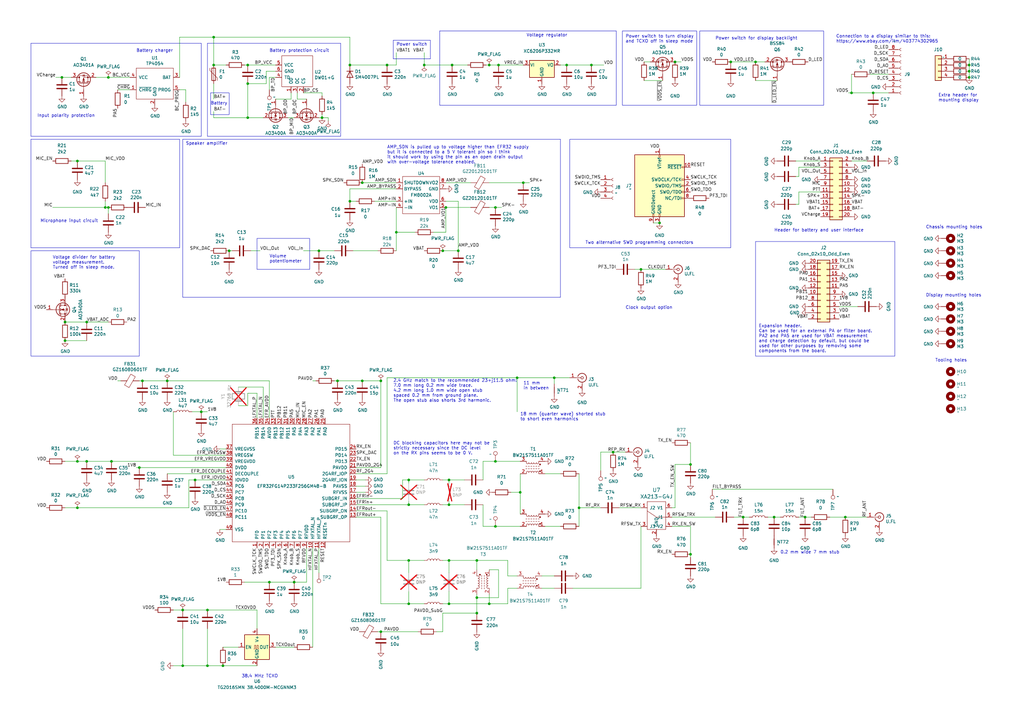
<source format=kicad_sch>
(kicad_sch (version 20230121) (generator eeschema)
  (paper "A3")
  (junction (at 101.6 48.26))
  (junction (at 349.25 38.1))
  (junction (at 31.75 208.28))
  (junction (at 262.89 110.49))
  (junction (at 203.2 85.09))
  (junction (at 184.15 247.65))
  (junction (at 184.15 196.85))
  (junction (at 270.51 91.44))
  (junction (at 35.56 132.08))
  (junction (at 156.21 156.21))
  (junction (at 330.2 212.09))
  (junction (at 195.58 229.87))
  (junction (at 195.58 251.46))
  (junction (at 87.63 26.67))
  (junction (at 185.42 26.67))
  (junction (at 397.51 26.67))
  (junction (at 57.15 191.77))
  (junction (at 44.45 31.75))
  (junction (at 299.72 25.4))
  (junction (at 181.61 102.87))
  (junction (at 200.66 26.67))
  (junction (at 35.56 189.23))
  (junction (at 237.49 208.28))
  (junction (at 187.96 102.87))
  (junction (at 227.33 154.94))
  (junction (at 31.75 189.23))
  (junction (at 101.6 34.29))
  (junction (at 276.86 25.4))
  (junction (at 68.58 156.21))
  (junction (at 31.75 66.04))
  (junction (at 182.88 85.09))
  (junction (at 74.93 250.19))
  (junction (at 85.09 250.19))
  (junction (at 251.46 185.42))
  (junction (at 173.99 26.67))
  (junction (at 156.21 259.08))
  (junction (at 358.14 38.1))
  (junction (at 143.51 82.55))
  (junction (at 110.49 238.76))
  (junction (at 93.98 102.87))
  (junction (at 58.42 156.21))
  (junction (at 203.2 215.9))
  (junction (at 130.81 102.87))
  (junction (at 148.59 74.93))
  (junction (at 242.57 26.67))
  (junction (at 132.08 48.26))
  (junction (at 195.58 245.11))
  (junction (at 91.44 273.05))
  (junction (at 162.56 95.25))
  (junction (at 213.36 201.93))
  (junction (at 346.71 212.09))
  (junction (at 167.64 207.01))
  (junction (at 232.41 26.67))
  (junction (at 317.5 212.09))
  (junction (at 82.55 168.91))
  (junction (at 43.18 85.09))
  (junction (at 25.4 31.75))
  (junction (at 167.64 196.85))
  (junction (at 184.15 229.87))
  (junction (at 74.93 273.05))
  (junction (at 45.72 189.23))
  (junction (at 167.64 247.65))
  (junction (at 200.66 247.65))
  (junction (at 283.21 227.33))
  (junction (at 304.8 212.09))
  (junction (at 309.88 25.4))
  (junction (at 138.43 156.21))
  (junction (at 397.51 29.21))
  (junction (at 204.47 26.67))
  (junction (at 143.51 26.67))
  (junction (at 26.67 139.7))
  (junction (at 120.65 238.76))
  (junction (at 167.64 229.87))
  (junction (at 148.59 156.21))
  (junction (at 184.15 207.01))
  (junction (at 203.2 189.23))
  (junction (at 214.63 74.93))
  (junction (at 80.01 196.85))
  (junction (at 101.6 26.67))
  (junction (at 87.63 15.24))
  (junction (at 26.67 132.08))
  (junction (at 44.45 85.09))
  (junction (at 85.09 273.05))
  (junction (at 397.51 31.75))
  (junction (at 283.21 190.5))
  (junction (at 212.09 154.94))
  (junction (at 158.75 26.67))
  (wire (pts (xy 222.25 236.22) (xy 227.33 236.22)))
  (wire (pts (xy 275.59 212.09) (xy 293.37 212.09)))
  (wire (pts (xy 283.21 215.9) (xy 275.59 215.9)))
  (wire (pts (xy 203.2 215.9) (xy 213.36 215.9)))
  (wire (pts (xy 120.65 265.43) (xy 113.03 265.43)))
  (wire (pts (xy 22.86 31.75) (xy 25.4 31.75)))
  (polyline (pts (xy 12.7 57.15) (xy 73.66 57.15)))
  (wire (pts (xy 246.38 193.04) (xy 246.38 185.42)))
  (polyline (pts (xy 82.55 17.78) (xy 82.55 55.88)))
  (wire (pts (xy 39.37 31.75) (xy 44.45 31.75)))
  (polyline (pts (xy 180.34 43.18) (xy 252.73 43.18)))
  (wire (pts (xy 146.05 204.47) (xy 165.1 204.47)))
  (wire (pts (xy 283.21 181.61) (xy 283.21 190.5)))
  (wire (pts (xy 110.49 238.76) (xy 120.65 238.76)))
  (wire (pts (xy 35.56 189.23) (xy 45.72 189.23)))
  (wire (pts (xy 349.25 66.04) (xy 355.6 66.04)))
  (wire (pts (xy 143.51 77.47) (xy 162.56 77.47)))
  (wire (pts (xy 184.15 207.01) (xy 190.5 207.01)))
  (wire (pts (xy 242.57 26.67) (xy 247.65 26.67)))
  (wire (pts (xy 182.88 74.93) (xy 193.04 74.93)))
  (wire (pts (xy 227.33 154.94) (xy 233.68 154.94)))
  (wire (pts (xy 276.86 190.5) (xy 283.21 190.5)))
  (wire (pts (xy 344.17 125.73) (xy 351.79 125.73)))
  (wire (pts (xy 204.47 26.67) (xy 214.63 26.67)))
  (wire (pts (xy 204.47 233.68) (xy 204.47 245.11)))
  (wire (pts (xy 143.51 15.24) (xy 87.63 15.24)))
  (wire (pts (xy 138.43 156.21) (xy 137.16 156.21)))
  (wire (pts (xy 234.95 241.3) (xy 262.89 241.3)))
  (wire (pts (xy 162.56 95.25) (xy 170.18 95.25)))
  (wire (pts (xy 130.81 102.87) (xy 137.16 102.87)))
  (wire (pts (xy 105.41 161.29) (xy 105.41 171.45)))
  (wire (pts (xy 143.51 82.55) (xy 146.05 82.55)))
  (wire (pts (xy 167.64 229.87) (xy 167.64 234.95)))
  (wire (pts (xy 167.64 198.12) (xy 167.64 196.85)))
  (wire (pts (xy 134.62 49.53) (xy 134.62 48.26)))
  (wire (pts (xy 182.88 85.09) (xy 193.04 85.09)))
  (wire (pts (xy 148.59 74.93) (xy 162.56 74.93)))
  (wire (pts (xy 195.58 251.46) (xy 181.61 251.46)))
  (wire (pts (xy 167.64 205.74) (xy 167.64 207.01)))
  (wire (pts (xy 68.58 156.21) (xy 110.49 156.21)))
  (wire (pts (xy 125.73 238.76) (xy 120.65 238.76)))
  (wire (pts (xy 181.61 229.87) (xy 184.15 229.87)))
  (wire (pts (xy 58.42 156.21) (xy 68.58 156.21)))
  (wire (pts (xy 165.1 196.85) (xy 167.64 196.85)))
  (wire (pts (xy 304.8 212.09) (xy 307.34 212.09)))
  (wire (pts (xy 179.07 259.08) (xy 181.61 259.08)))
  (wire (pts (xy 237.49 208.28) (xy 246.38 208.28)))
  (wire (pts (xy 200.66 243.84) (xy 200.66 247.65)))
  (wire (pts (xy 156.21 156.21) (xy 156.21 191.77)))
  (wire (pts (xy 232.41 26.67) (xy 242.57 26.67)))
  (wire (pts (xy 200.66 247.65) (xy 208.28 247.65)))
  (wire (pts (xy 182.88 95.25) (xy 177.8 95.25)))
  (wire (pts (xy 198.12 196.85) (xy 198.12 189.23)))
  (wire (pts (xy 200.66 233.68) (xy 204.47 233.68)))
  (wire (pts (xy 262.89 110.49) (xy 273.05 110.49)))
  (wire (pts (xy 358.14 38.1) (xy 364.49 38.1)))
  (wire (pts (xy 138.43 156.21) (xy 148.59 156.21)))
  (wire (pts (xy 397.51 26.67) (xy 397.51 29.21)))
  (wire (pts (xy 347.98 38.1) (xy 349.25 38.1)))
  (wire (pts (xy 181.61 102.87) (xy 187.96 102.87)))
  (wire (pts (xy 185.42 26.67) (xy 191.77 26.67)))
  (wire (pts (xy 156.21 191.77) (xy 146.05 191.77)))
  (wire (pts (xy 101.6 34.29) (xy 101.6 48.26)))
  (polyline (pts (xy 74.93 121.92) (xy 74.93 57.15)))
  (wire (pts (xy 173.99 26.67) (xy 185.42 26.67)))
  (wire (pts (xy 85.09 250.19) (xy 105.41 250.19)))
  (wire (pts (xy 125.73 224.79) (xy 125.73 238.76)))
  (wire (pts (xy 76.2 36.83) (xy 73.66 36.83)))
  (wire (pts (xy 130.81 234.95) (xy 130.81 224.79)))
  (wire (pts (xy 212.09 236.22) (xy 208.28 236.22)))
  (wire (pts (xy 212.09 154.94) (xy 212.09 168.91)))
  (wire (pts (xy 146.05 199.39) (xy 149.86 199.39)))
  (wire (pts (xy 251.46 185.42) (xy 256.54 185.42)))
  (wire (pts (xy 106.68 102.87) (xy 102.87 102.87)))
  (wire (pts (xy 200.66 26.67) (xy 204.47 26.67)))
  (polyline (pts (xy 229.87 57.15) (xy 229.87 121.92)))
  (wire (pts (xy 165.1 196.85) (xy 165.1 204.47)))
  (wire (pts (xy 44.45 87.63) (xy 44.45 85.09)))
  (wire (pts (xy 246.38 185.42) (xy 251.46 185.42)))
  (wire (pts (xy 336.55 66.04) (xy 326.39 66.04)))
  (wire (pts (xy 156.21 247.65) (xy 167.64 247.65)))
  (wire (pts (xy 45.72 189.23) (xy 92.71 189.23)))
  (wire (pts (xy 200.66 85.09) (xy 203.2 85.09)))
  (wire (pts (xy 154.94 259.08) (xy 156.21 259.08)))
  (wire (pts (xy 21.59 85.09) (xy 43.18 85.09)))
  (wire (pts (xy 87.63 15.24) (xy 73.66 15.24)))
  (wire (pts (xy 264.16 25.4) (xy 266.7 25.4)))
  (wire (pts (xy 167.64 207.01) (xy 173.99 207.01)))
  (wire (pts (xy 167.64 247.65) (xy 167.64 242.57)))
  (wire (pts (xy 184.15 205.74) (xy 184.15 207.01)))
  (wire (pts (xy 71.12 186.69) (xy 92.71 186.69)))
  (wire (pts (xy 184.15 247.65) (xy 200.66 247.65)))
  (wire (pts (xy 146.05 196.85) (xy 149.86 196.85)))
  (wire (pts (xy 148.59 156.21) (xy 156.21 156.21)))
  (wire (pts (xy 71.12 250.19) (xy 74.93 250.19)))
  (wire (pts (xy 91.44 273.05) (xy 105.41 273.05)))
  (wire (pts (xy 119.38 40.64) (xy 113.03 40.64)))
  (wire (pts (xy 105.41 257.81) (xy 105.41 250.19)))
  (wire (pts (xy 195.58 243.84) (xy 195.58 245.11)))
  (wire (pts (xy 134.62 48.26) (xy 132.08 48.26)))
  (wire (pts (xy 167.64 196.85) (xy 173.99 196.85)))
  (wire (pts (xy 43.18 82.55) (xy 43.18 85.09)))
  (wire (pts (xy 397.51 29.21) (xy 397.51 31.75)))
  (wire (pts (xy 68.58 194.31) (xy 92.71 194.31)))
  (wire (pts (xy 283.21 215.9) (xy 283.21 227.33)))
  (wire (pts (xy 184.15 242.57) (xy 184.15 247.65)))
  (wire (pts (xy 35.56 132.08) (xy 26.67 132.08)))
  (wire (pts (xy 299.72 25.4) (xy 309.88 25.4)))
  (wire (pts (xy 85.09 257.81) (xy 85.09 273.05)))
  (polyline (pts (xy 12.7 101.6) (xy 12.7 57.15)))
  (wire (pts (xy 156.21 259.08) (xy 171.45 259.08)))
  (wire (pts (xy 184.15 229.87) (xy 195.58 229.87)))
  (wire (pts (xy 314.96 212.09) (xy 317.5 212.09)))
  (wire (pts (xy 162.56 85.09) (xy 162.56 95.25)))
  (polyline (pts (xy 139.7 17.78) (xy 139.7 55.88)))
  (wire (pts (xy 118.11 48.26) (xy 120.65 48.26)))
  (wire (pts (xy 101.6 48.26) (xy 87.63 48.26)))
  (wire (pts (xy 87.63 40.64) (xy 87.63 34.29)))
  (wire (pts (xy 110.49 238.76) (xy 100.33 238.76)))
  (wire (pts (xy 267.97 91.44) (xy 270.51 91.44)))
  (wire (pts (xy 237.49 208.28) (xy 237.49 215.9)))
  (wire (pts (xy 80.01 196.85) (xy 92.71 196.85)))
  (wire (pts (xy 336.55 68.58) (xy 327.66 68.58)))
  (wire (pts (xy 31.75 66.04) (xy 43.18 66.04)))
  (wire (pts (xy 124.46 102.87) (xy 130.81 102.87)))
  (polyline (pts (xy 73.66 101.6) (xy 12.7 101.6)))
  (wire (pts (xy 71.12 168.91) (xy 71.12 186.69)))
  (wire (pts (xy 275.59 208.28) (xy 276.86 208.28)))
  (wire (pts (xy 110.49 31.75) (xy 113.03 31.75)))
  (polyline (pts (xy 85.09 55.88) (xy 85.09 17.78)))
  (wire (pts (xy 262.89 215.9) (xy 262.89 241.3)))
  (wire (pts (xy 143.51 82.55) (xy 143.51 77.47)))
  (wire (pts (xy 107.95 158.75) (xy 97.79 158.75)))
  (wire (pts (xy 317.5 212.09) (xy 320.04 212.09)))
  (wire (pts (xy 327.66 83.82) (xy 327.66 78.74)))
  (wire (pts (xy 158.75 209.55) (xy 158.75 229.87)))
  (wire (pts (xy 31.75 66.04) (xy 29.21 66.04)))
  (wire (pts (xy 119.38 38.1) (xy 119.38 40.64)))
  (wire (pts (xy 340.36 212.09) (xy 346.71 212.09)))
  (polyline (pts (xy 85.09 17.78) (xy 139.7 17.78)))
  (wire (pts (xy 132.08 38.1) (xy 132.08 39.37)))
  (wire (pts (xy 85.09 273.05) (xy 91.44 273.05)))
  (wire (pts (xy 158.75 154.94) (xy 212.09 154.94)))
  (wire (pts (xy 173.99 247.65) (xy 167.64 247.65)))
  (wire (pts (xy 292.1 200.66) (xy 341.63 200.66)))
  (wire (pts (xy 213.36 201.93) (xy 213.36 210.82)))
  (wire (pts (xy 110.49 171.45) (xy 110.49 156.21)))
  (wire (pts (xy 349.25 38.1) (xy 349.25 30.48)))
  (wire (pts (xy 209.55 201.93) (xy 213.36 201.93)))
  (polyline (pts (xy 229.87 121.92) (xy 74.93 121.92)))
  (wire (pts (xy 181.61 251.46) (xy 181.61 259.08)))
  (wire (pts (xy 173.99 21.59) (xy 173.99 26.67)))
  (wire (pts (xy 107.95 171.45) (xy 107.95 158.75)))
  (wire (pts (xy 144.78 102.87) (xy 154.94 102.87)))
  (wire (pts (xy 300.99 212.09) (xy 304.8 212.09)))
  (wire (pts (xy 327.66 212.09) (xy 330.2 212.09)))
  (wire (pts (xy 162.56 21.59) (xy 162.56 26.67)))
  (wire (pts (xy 87.63 26.67) (xy 87.63 15.24)))
  (wire (pts (xy 227.33 157.48) (xy 227.33 154.94)))
  (wire (pts (xy 195.58 233.68) (xy 195.58 229.87)))
  (wire (pts (xy 97.79 166.37) (xy 101.6 166.37)))
  (wire (pts (xy 77.47 196.85) (xy 80.01 196.85)))
  (wire (pts (xy 355.6 212.09) (xy 346.71 212.09)))
  (wire (pts (xy 200.66 74.93) (xy 214.63 74.93)))
  (wire (pts (xy 26.67 139.7) (xy 35.56 139.7)))
  (wire (pts (xy 146.05 201.93) (xy 149.86 201.93)))
  (wire (pts (xy 71.12 273.05) (xy 74.93 273.05)))
  (wire (pts (xy 327.66 78.74) (xy 336.55 78.74)))
  (wire (pts (xy 26.67 189.23) (xy 31.75 189.23)))
  (wire (pts (xy 143.51 26.67) (xy 158.75 26.67)))
  (wire (pts (xy 203.2 189.23) (xy 213.36 189.23)))
  (wire (pts (xy 95.25 102.87) (xy 93.98 102.87)))
  (wire (pts (xy 73.66 15.24) (xy 73.66 31.75)))
  (wire (pts (xy 85.09 250.19) (xy 74.93 250.19)))
  (wire (pts (xy 109.22 34.29) (xy 101.6 34.29)))
  (wire (pts (xy 162.56 95.25) (xy 162.56 102.87)))
  (wire (pts (xy 208.28 241.3) (xy 212.09 241.3)))
  (wire (pts (xy 309.88 25.4) (xy 313.69 25.4)))
  (wire (pts (xy 25.4 31.75) (xy 29.21 31.75)))
  (wire (pts (xy 184.15 229.87) (xy 184.15 234.95)))
  (wire (pts (xy 327.66 72.39) (xy 327.66 68.58)))
  (wire (pts (xy 326.39 72.39) (xy 327.66 72.39)))
  (wire (pts (xy 309.88 33.02) (xy 318.77 33.02)))
  (wire (pts (xy 208.28 247.65) (xy 208.28 241.3)))
  (wire (pts (xy 57.15 191.77) (xy 55.88 191.77)))
  (wire (pts (xy 153.67 82.55) (xy 162.56 82.55)))
  (wire (pts (xy 101.6 161.29) (xy 105.41 161.29)))
  (wire (pts (xy 356.87 30.48) (xy 364.49 30.48)))
  (wire (pts (xy 182.88 85.09) (xy 182.88 95.25)))
  (wire (pts (xy 113.03 29.21) (xy 109.22 29.21)))
  (wire (pts (xy 43.18 74.93) (xy 43.18 66.04)))
  (wire (pts (xy 107.95 48.26) (xy 101.6 48.26)))
  (wire (pts (xy 158.75 154.94) (xy 158.75 194.31)))
  (wire (pts (xy 76.2 41.91) (xy 76.2 36.83)))
  (wire (pts (xy 276.86 25.4) (xy 279.4 25.4)))
  (wire (pts (xy 260.35 110.49) (xy 262.89 110.49)))
  (wire (pts (xy 35.56 132.08) (xy 44.45 132.08)))
  (wire (pts (xy 74.93 273.05) (xy 85.09 273.05)))
  (wire (pts (xy 121.92 38.1) (xy 121.92 40.64)))
  (polyline (pts (xy 12.7 17.78) (xy 82.55 17.78)))
  (wire (pts (xy 158.75 26.67) (xy 162.56 26.67)))
  (wire (pts (xy 198.12 215.9) (xy 203.2 215.9)))
  (wire (pts (xy 109.22 29.21) (xy 109.22 34.29)))
  (wire (pts (xy 212.09 154.94) (xy 227.33 154.94)))
  (wire (pts (xy 198.12 207.01) (xy 198.12 215.9)))
  (polyline (pts (xy 139.7 55.88) (xy 85.09 55.88)))
  (wire (pts (xy 264.16 33.02) (xy 271.78 33.02)))
  (wire (pts (xy 229.87 26.67) (xy 232.41 26.67)))
  (wire (pts (xy 158.75 229.87) (xy 167.64 229.87)))
  (wire (pts (xy 195.58 245.11) (xy 204.47 245.11)))
  (wire (pts (xy 124.46 38.1) (xy 132.08 38.1)))
  (wire (pts (xy 187.96 102.87) (xy 187.96 82.55)))
  (wire (pts (xy 167.64 207.01) (xy 146.05 207.01)))
  (wire (pts (xy 199.39 26.67) (xy 200.66 26.67)))
  (wire (pts (xy 91.44 265.43) (xy 97.79 265.43)))
  (wire (pts (xy 156.21 212.09) (xy 156.21 247.65)))
  (wire (pts (xy 195.58 245.11) (xy 195.58 251.46)))
  (wire (pts (xy 156.21 212.09) (xy 146.05 212.09)))
  (wire (pts (xy 222.25 241.3) (xy 227.33 241.3)))
  (wire (pts (xy 184.15 198.12) (xy 184.15 196.85)))
  (wire (pts (xy 82.55 168.91) (xy 85.09 168.91)))
  (polyline (pts (xy 82.55 55.88) (xy 12.7 55.88)))
  (wire (pts (xy 74.93 257.81) (xy 74.93 273.05)))
  (wire (pts (xy 132.08 46.99) (xy 132.08 48.26)))
  (wire (pts (xy 158.75 194.31) (xy 146.05 194.31)))
  (wire (pts (xy 31.75 189.23) (xy 35.56 189.23)))
  (wire (pts (xy 187.96 82.55) (xy 182.88 82.55)))
  (wire (pts (xy 90.17 217.17) (xy 92.71 217.17)))
  (wire (pts (xy 48.26 36.83) (xy 53.34 36.83)))
  (wire (pts (xy 181.61 247.65) (xy 184.15 247.65)))
  (wire (pts (xy 110.49 36.83) (xy 110.49 31.75)))
  (wire (pts (xy 276.86 208.28) (xy 276.86 190.5)))
  (wire (pts (xy 57.15 191.77) (xy 92.71 191.77)))
  (polyline (pts (xy 12.7 55.88) (xy 12.7 17.78)))
  (wire (pts (xy 143.51 26.67) (xy 143.51 15.24)))
  (wire (pts (xy 214.63 74.93) (xy 217.17 74.93)))
  (wire (pts (xy 58.42 156.21) (xy 57.15 156.21)))
  (wire (pts (xy 101.6 166.37) (xy 101.6 161.29)))
  (wire (pts (xy 198.12 189.23) (xy 203.2 189.23)))
  (polyline (pts (xy 73.66 57.15) (xy 73.66 101.6)))
  (wire (pts (xy 121.92 40.64) (xy 125.73 40.64)))
  (wire (pts (xy 158.75 209.55) (xy 146.05 209.55)))
  (wire (pts (xy 203.2 85.09) (xy 205.74 85.09)))
  (wire (pts (xy 223.52 194.31) (xy 229.87 194.31)))
  (wire (pts (xy 397.51 24.13) (xy 397.51 26.67)))
  (wire (pts (xy 223.52 215.9) (xy 229.87 215.9)))
  (wire (pts (xy 184.15 207.01) (xy 181.61 207.01)))
  (wire (pts (xy 262.89 208.28) (xy 254 208.28)))
  (polyline (pts (xy 74.93 57.15) (xy 229.87 57.15)))
  (wire (pts (xy 92.71 26.67) (xy 87.63 26.67)))
  (wire (pts (xy 208.28 229.87) (xy 195.58 229.87)))
  (wire (pts (xy 26.67 208.28) (xy 31.75 208.28)))
  (wire (pts (xy 48.26 156.21) (xy 49.53 156.21)))
  (wire (pts (xy 184.15 196.85) (xy 181.61 196.85)))
  (wire (pts (xy 208.28 236.22) (xy 208.28 229.87)))
  (polyline (pts (xy 252.73 12.7) (xy 180.34 12.7)))
  (wire (pts (xy 283.21 227.33) (xy 283.21 228.6)))
  (wire (pts (xy 53.34 31.75) (xy 44.45 31.75)))
  (wire (pts (xy 213.36 194.31) (xy 213.36 201.93)))
  (wire (pts (xy 101.6 26.67) (xy 113.03 26.67)))
  (wire (pts (xy 173.99 229.87) (xy 167.64 229.87)))
  (wire (pts (xy 132.08 48.26) (xy 130.81 48.26)))
  (wire (pts (xy 349.25 38.1) (xy 358.14 38.1)))
  (polyline (pts (xy 252.73 43.18) (xy 252.73 12.7)))
  (wire (pts (xy 128.27 156.21) (xy 129.54 156.21)))
  (wire (pts (xy 330.2 212.09) (xy 332.74 212.09)))
  (wire (pts (xy 184.15 196.85) (xy 190.5 196.85)))
  (wire (pts (xy 77.47 208.28) (xy 77.47 196.85)))
  (wire (pts (xy 326.39 83.82) (xy 327.66 83.82)))
  (wire (pts (xy 237.49 194.31) (xy 237.49 208.28)))
  (polyline (pts (xy 180.34 12.7) (xy 180.34 43.18)))
  (wire (pts (xy 31.75 208.28) (xy 77.47 208.28)))
  (wire (pts (xy 100.33 26.67) (xy 101.6 26.67)))
  (wire (pts (xy 90.17 184.15) (xy 92.71 184.15)))
  (wire (pts (xy 128.27 265.43) (xy 128.27 224.79)))
  (wire (pts (xy 82.55 168.91) (xy 78.74 168.91)))
  (wire (pts (xy 43.18 85.09) (xy 44.45 85.09)))
  (wire (pts (xy 87.63 48.26) (xy 87.63 45.72)))
  (rectangle (start 309.88 99.06) (end 367.03 146.05))
  (rectangle (start 287.02 12.7) (end 337.82 43.18))
  (rectangle (start 255.27 12.7) (end 285.75 43.18))
  (rectangle (start 12.7 102.87) (end 57.15 146.05))
  (rectangle (start 233.68 57.15) (end 299.72 101.6))
  (rectangle (start 105.41 97.79) (end 127 110.49))
  (rectangle (start 86.36 38.1) (end 93.98 46.99))
  (rectangle (start 161.29 16.51) (end 176.53 24.13))
  (text "Voltage regulator" (at 215.9 15.24 0) (effects (font (size 1.27 1.27)) (justify left bottom)))
  (text "Two alternative SWD programming connectors" (at 240.03 100.33 0) (effects (font (size 1.27 1.27)) (justify left bottom)))
  (text "Battery protection circuit" (at 110.49 21.59 0) (effects (font (size 1.27 1.27)) (justify left bottom)))
  (text "Header for battery and user interface" (at 317.5 95.25 0) (effects (font (size 1.27 1.27)) (justify left bottom)))
  (text "Input polarity protection" (at 15.24 48.26 0) (effects (font (size 1.27 1.27)) (justify left bottom)))
  (text "11 mm\nin between" (at 214.63 160.02 0) (effects (font (size 1.27 1.27)) (justify left bottom)))
  (text "Tooling holes" (at 383.54 148.59 0) (effects (font (size 1.27 1.27)) (justify left bottom)))
  (text "AMP_SDN is pulled up to voltage higher than EFR32 supply\nbut it is connected to a 5 V tolerant pin so I think\nit should work by using the pin as an open drain output\nwith over-voltage tolerance enabled." (at 158.75 67.31 0) (effects (font (size 1.27 1.27)) (justify left bottom)))
  (text "DC blocking capacitors here may not be\nstrictly necessary since the DC level\non the RX pins seems to be 0 V." (at 161.29 186.69 0) (effects (font (size 1.27 1.27)) (justify left bottom)))
  (text "38.4 MHz TCXO" (at 99.06 278.13 0) (effects (font (size 1.27 1.27)) (justify left bottom)))
  (text "Battery charger" (at 55.88 21.59 0) (effects (font (size 1.27 1.27)) (justify left bottom)))
  (text "Battery" (at 86.36 43.18 0) (effects (font (size 1.27 1.27)) (justify left bottom)))
  (text "Display mounting holes" (at 379.73 121.92 0) (effects (font (size 1.27 1.27)) (justify left bottom)))
  (text "Volume\npotentiometer" (at 110.49 107.95 0) (effects (font (size 1.27 1.27)) (justify left bottom)))
  (text "Speaker amplifier" (at 76.2 59.69 0) (effects (font (size 1.27 1.27)) (justify left bottom)))
  (text "0.2 mm wide 7 mm stub" (at 320.04 227.33 0) (effects (font (size 1.27 1.27)) (justify left bottom)))
  (text "Power switch" (at 162.56 19.05 0) (effects (font (size 1.27 1.27)) (justify left bottom)))
  (text "Connection to a display similar to this:\nhttps://www.ebay.com/itm/403774302965" (at 342.9 17.78 0) (effects (font (size 1.27 1.27)) (justify left bottom)))
  (text "Clock output option" (at 256.54 127 0) (effects (font (size 1.27 1.27)) (justify left bottom)))
  (text "Microphone input circuit" (at 16.51 91.44 0) (effects (font (size 1.27 1.27)) (justify left bottom)))
  (text "Chassis mounting holes" (at 379.73 93.98 0) (effects (font (size 1.27 1.27)) (justify left bottom)))
  (text "2.4 GHz match to the recommended 23+j11.5 ohm:\n7.0 mm long 0.2 mm wide trace.\n4.2 mm long 1.0 mm wide open stub\nspaced 0.2 mm from ground plane.\nThe open stub also shorts 3rd harmonic." (at 161.29 165.1 0) (effects (font (size 1.27 1.27)) (justify left bottom)))
  (text "Voltage divider for battery\nvoltage measurement.\nTurned off in sleep mode." (at 21.59 110.49 0) (effects (font (size 1.27 1.27)) (justify left bottom)))
  (text "Extra header for\nmounting display" (at 384.81 41.91 0) (effects (font (size 1.27 1.27)) (justify left bottom)))
  (text "18 mm (quarter wave) shorted stub\nto short even harmonics" (at 213.36 172.72 0) (effects (font (size 1.27 1.27)) (justify left bottom)))
  (text "Power switch to turn display\nand TCXO off in sleep mode" (at 256.54 17.78 0) (effects (font (size 1.27 1.27)) (justify left bottom)))
  (text "Power switch for display backlight" (at 293.37 16.51 0) (effects (font (size 1.27 1.27)) (justify left bottom)))
  (text "Expansion header.\nCan be used for an external PA or filter board.\nPA2 and PA5 are used for VBAT measurement\nand charge detection by default, but could be\nused for other purposes by removing some\ncomponents from the board." (at 311.15 144.78 0) (effects (font (size 1.27 1.27)) (justify left bottom)))
  (label "D_CS" (at 364.49 33.02 180))
  (label "EFR_VREGVDD" (at 92.71 189.23 180))
  (label "PTT" (at 336.55 78.74 180))
  (label "PA1" (at 331.47 115.57 180))
  (label "BAT-" (at 87.63 45.72 0))
  (label "RX_EN_SW" (at 275.59 215.9 0))
  (label "VOL_Out" (at 106.68 102.87 0))
  (label "EFRin-" (at 146.05 204.47 0))
  (label "D_SDA" (at 92.71 199.39 180))
  (label "LFXTAL_N" (at 107.95 171.45 90))
  (label "~{D_LED_EN}" (at 318.77 33.02 270))
  (label "VDD" (at 48.26 156.21 180))
  (label "D_AO" (at 92.71 207.01 180))
  (label "SPK-" (at 205.74 85.09 0))
  (label "SPK_DAC" (at 146.05 186.69 0))
  (label "AMP+IN" (at 162.56 82.55 180))
  (label "1V8" (at 344.17 123.19 0))
  (label "VDD" (at 247.65 26.67 0))
  (label "VDDS" (at 344.17 125.73 0))
  (label "VDDS" (at 63.5 250.19 180))
  (label "TX_EN" (at 146.05 189.23 0))
  (label "BC_VCC" (at 53.34 31.75 180))
  (label "AMP_VDD" (at 148.59 67.31 0))
  (label "VREG_IN" (at 214.63 26.67 180))
  (label "AMP_VDD" (at 187.96 101.6 0))
  (label "PTT" (at 113.03 171.45 90))
  (label "BP_MID" (at 120.65 48.26 270))
  (label "Knob_A" (at 336.55 66.04 180))
  (label "PAVDD_SubG" (at 181.61 251.46 180))
  (label "RF_2G4" (at 146.05 194.31 0))
  (label "TX_EN_SW" (at 276.86 190.5 270))
  (label "D_SDA" (at 364.49 25.4 180))
  (label "SWDIO_TMS" (at 107.95 224.79 270))
  (label "BP_OC" (at 121.92 40.64 270))
  (label "SWCLK_TCK" (at 105.41 224.79 270))
  (label "EFR_AVDD" (at 110.49 171.45 90))
  (label "MIC_IN" (at 59.69 85.09 0))
  (label "EFR_IOVDD" (at 92.71 196.85 180))
  (label "PA2" (at 344.17 115.57 0))
  (label "MIC_EN" (at 21.59 66.04 180))
  (label "BP_VCC" (at 111.76 26.67 180))
  (label "PA5" (at 344.17 118.11 0))
  (label "VDD_LED" (at 300.99 25.4 0))
  (label "SPK-" (at 349.25 81.28 0))
  (label "PB12" (at 115.57 171.45 90))
  (label "VDDS" (at 279.4 25.4 0))
  (label "EFRout-" (at 146.05 209.55 0))
  (label "PB11" (at 331.47 120.65 180))
  (label "EFR_VREGSW" (at 92.71 186.69 180))
  (label "MIC_EN" (at 125.73 171.45 90))
  (label "VBAT" (at 173.99 102.87 180))
  (label "AMP-IN" (at 162.56 85.09 180))
  (label "VOL_In" (at 349.25 71.12 0))
  (label "VOL_In" (at 124.46 102.87 180))
  (label "SWO_TDO" (at 283.21 78.74 0))
  (label "D_SCK" (at 92.71 204.47 180))
  (label "FILT_BYPASS" (at 292.1 200.66 0))
  (label "FILT_ANT" (at 330.2 212.09 90))
  (label "SWDIO_TMS" (at 246.38 73.66 180))
  (label "VBAT" (at 26.67 114.3 180))
  (label "VDD" (at 344.17 128.27 0))
  (label "VDD" (at 19.05 189.23 180))
  (label "MIC" (at 21.59 85.09 180))
  (label "MIC" (at 336.55 76.2 180))
  (label "LFXTAL_P" (at 105.41 171.45 90))
  (label "RFP_RX" (at 256.54 185.42 180))
  (label "RESET" (at 283.21 68.58 0))
  (label "PAVDD_2G4" (at 146.05 191.77 0))
  (label "VOL_Out" (at 336.55 71.12 180))
  (label "BC_PROG" (at 73.66 36.83 270))
  (label "EFRout+" (at 146.05 212.09 0))
  (label "VDD" (at 270.51 60.96 180))
  (label "VBAT" (at 173.99 21.59 180))
  (label "MIC_VDD" (at 43.18 66.04 0))
  (label "SWO_TDO" (at 110.49 224.79 270))
  (label "VDD" (at 264.16 25.4 180))
  (label "RFSW_TX" (at 262.89 215.9 180))
  (label "~{VDDS_EN}" (at 92.71 212.09 180))
  (label "SWDIO_TMS" (at 283.21 76.2 0))
  (label "SPK_SDN" (at 115.57 224.79 270))
  (label "PB11" (at 118.11 171.45 90))
  (label "PAVDD" (at 157.48 259.08 0))
  (label "PA5" (at 48.26 44.45 270))
  (label "RX_EN" (at 275.59 227.33 180))
  (label "RFSW_TRX" (at 275.59 212.09 0))
  (label "RF_ANT" (at 355.6 212.09 90))
  (label "RESET" (at 133.35 224.79 270))
  (label "SPK+" (at 217.17 74.93 0))
  (label "PB12" (at 331.47 123.19 180))
  (label "BAT+" (at 336.55 86.36 180))
  (label "Knob_S" (at 123.19 224.79 270))
  (label "SPK_DAC" (at 86.36 102.87 180))
  (label "VDD" (at 147.32 259.08 180))
  (label "HFXTAL_N" (at 128.27 224.79 270))
  (label "VCharge" (at 22.86 31.75 180))
  (label "BAT+" (at 87.63 40.64 0))
  (label "1V8" (at 55.88 191.77 180))
  (label "D_LED" (at 331.47 25.4 0))
  (label "VBAT_ADC" (at 35.56 132.08 0))
  (label "VBAT1" (at 162.56 21.59 0))
  (label "PA0" (at 133.35 171.45 90))
  (label "D_SCK" (at 364.49 22.86 180))
  (label "Knob_A" (at 118.11 224.79 270))
  (label "Knob_S" (at 336.55 68.58 180))
  (label "Knob_B" (at 349.25 66.04 0))
  (label "MIC_IN" (at 123.19 171.45 90))
  (label "~{D_LED_EN}" (at 92.71 209.55 180))
  (label "D_LED" (at 364.49 20.32 180))
  (label "PF3_TDI" (at 113.03 224.79 270))
  (label "CLKOUT" (at 273.05 110.49 180))
  (label "BP_TD" (at 113.03 31.75 270))
  (label "SWCLK_TCK" (at 246.38 76.2 180))
  (label "PF3_TDI" (at 252.73 110.49 180))
  (label "AMP_SDN" (at 162.56 74.93 180))
  (label "RFVDD" (at 125.73 224.79 270))
  (label "1V8" (at 85.09 168.91 0))
  (label "PF3_TDI" (at 290.83 81.28 0))
  (label "VBAT" (at 331.47 130.81 180))
  (label "EFR_DECOUPLE" (at 92.71 194.31 180))
  (label "SPK_SDN" (at 140.97 74.93 180))
  (label "VBAT" (at 344.17 130.81 0))
  (label "RF_RX" (at 240.03 208.28 0))
  (label "EFRin+" (at 146.05 207.01 0))
  (label "BAT-" (at 349.25 86.36 0))
  (label "SPK+" (at 336.55 81.28 180))
  (label "~{VDDS_EN}" (at 271.78 33.02 270))
  (label "BP_OD" (at 118.11 40.64 270))
  (label "SWCLK_TCK" (at 283.21 73.66 0))
  (label "Knob_B" (at 120.65 224.79 270))
  (label "VDD" (at 292.1 25.4 180))
  (label "VDDS" (at 19.05 127 180))
  (label "RFSW_RX" (at 262.89 208.28 180))
  (label "TCXOout" (at 113.03 265.43 0))
  (label "PA2" (at 128.27 171.45 90))
  (label "PA5" (at 120.65 171.45 90))
  (label "TX_EN" (at 275.59 181.61 180))
  (label "PA2" (at 52.07 132.08 0))
  (label "D_CS" (at 92.71 201.93 180))
  (label "VBAT1" (at 336.55 83.82 180))
  (label "BP_CS" (at 124.46 38.1 0))
  (label "RX_EN" (at 344.17 110.49 0))
  (label "RX_EN" (at 146.05 184.15 0))
  (label "D_AO" (at 364.49 27.94 180))
  (label "VCharge" (at 336.55 88.9 180))
  (label "HFXTAL_P" (at 130.81 224.79 270))
  (label "PAVDD" (at 128.27 156.21 180))
  (label "TCXOVDD" (at 96.52 250.19 0))
  (label "~{CHRG}" (at 53.34 36.83 180))
  (label "VDDS" (at 347.98 38.1 180))
  (label "VDD" (at 246.38 81.28 180))
  (label "1V8" (at 92.71 238.76 180))
  (label "AMP_VO1" (at 182.88 85.09 270))
  (label "FILT_TRX" (at 304.8 212.09 90))
  (label "TX_EN" (at 344.17 107.95 0))
  (label "PA1" (at 130.81 171.45 90))
  (label "AMP_BYPASS" (at 162.56 77.47 180))
  (label "PA0" (at 331.47 113.03 180))
  (label "D_RESET" (at 364.49 30.48 180))
  (label "AMP_VO2" (at 182.88 74.93 0))
  (label "VDD" (at 19.05 208.28 180))
  (label "VBAT" (at 349.25 83.82 0))
  (symbol (lib_id "kapula:EFR32FG14_Dualband_QFN48") (at 119.38 198.12 90) (unit 1)
    (property "Reference" "U5" (at 118.11 195.58 90) (effects (justify right)))
    (property "Value" "EFR32FG14P233F256GM48-B" (at 105.41 199.39 90) (effects (justify right)))
    (property "Footprint" "Package_DFN_QFN:QFN-48-1EP_7x7mm_P0.5mm_EP5.3x5.3mm" (effects hide))
  )
  (symbol (lib_id "power:GND") (at 90.17 217.17 0) (unit 1)
    (property "Reference" "#PWR0141" (effects hide))
    (property "Value" "GND" (at 90.297 221.5642 0))
  )
  (symbol (lib_id "Device:C") (at 80.01 200.66 0) (unit 1)
    (property "Reference" "C38" (at 82.931 199.4916 0) (effects (justify left)))
    (property "Value" "220n" (at 82.931 201.803 0) (effects (justify left)))
    (property "Footprint" "Capacitor_SMD:C_0402_1005Metric" (effects hide))
    (property "Datasheet" "https://weblib.samsungsem.com/mlcc/mlcc-ec-data-sheet.do?partNumber=CL05B224KO5NNN" (effects hide))
    (property "LCSC" "C16772" (effects hide))
  )
  (symbol (lib_id "power:GND") (at 80.01 204.47 0) (unit 1)
    (property "Reference" "#PWR0155" (effects hide))
    (property "Value" "GND" (at 80.137 208.8642 0))
  )
  (symbol (lib_id "Device:C") (at 68.58 198.12 0) (unit 1)
    (property "Reference" "C37" (at 71.501 196.9516 0) (effects (justify left)))
    (property "Value" "1u" (at 71.501 199.263 0) (effects (justify left)))
    (property "Footprint" "Capacitor_SMD:C_0603_1608Metric" (effects hide))
    (property "Datasheet" "https://weblib.samsungsem.com/mlcc/mlcc-ec-data-sheet.do?partNumber=CL10A105KB8NNN" (effects hide))
    (property "LCSC" "C15849" (effects hide))
  )
  (symbol (lib_id "power:GND") (at 68.58 201.93 0) (unit 1)
    (property "Reference" "#PWR0153" (effects hide))
    (property "Value" "GND" (at 68.707 206.3242 0))
  )
  (symbol (lib_id "Device:C") (at 57.15 195.58 0) (unit 1)
    (property "Reference" "C36" (at 60.071 194.4116 0) (effects (justify left)))
    (property "Value" "220n" (at 60.071 196.723 0) (effects (justify left)))
    (property "Footprint" "Capacitor_SMD:C_0402_1005Metric" (effects hide))
    (property "Datasheet" "https://weblib.samsungsem.com/mlcc/mlcc-ec-data-sheet.do?partNumber=CL05B224KO5NNN" (effects hide))
    (property "LCSC" "C16772" (effects hide))
  )
  (symbol (lib_id "power:GND") (at 57.15 199.39 0) (unit 1)
    (property "Reference" "#PWR0151" (effects hide))
    (property "Value" "GND" (at 57.277 203.7842 0))
  )
  (symbol (lib_id "Device:C") (at 45.72 193.04 0) (unit 1)
    (property "Reference" "C35" (at 48.641 191.8716 0) (effects (justify left)))
    (property "Value" "220n" (at 48.641 194.183 0) (effects (justify left)))
    (property "Footprint" "Capacitor_SMD:C_0402_1005Metric" (effects hide))
    (property "Datasheet" "https://weblib.samsungsem.com/mlcc/mlcc-ec-data-sheet.do?partNumber=CL05B224KO5NNN" (effects hide))
    (property "LCSC" "C16772" (effects hide))
  )
  (symbol (lib_id "power:GND") (at 45.72 196.85 0) (unit 1)
    (property "Reference" "#PWR0152" (effects hide))
    (property "Value" "GND" (at 45.847 201.2442 0))
  )
  (symbol (lib_id "power:GND") (at 90.17 184.15 270) (unit 1)
    (property "Reference" "#PWR0189" (effects hide))
    (property "Value" "GND" (at 86.9188 184.277 90) (effects (justify right)))
  )
  (symbol (lib_id "Device:L") (at 74.93 168.91 90) (unit 1)
    (property "Reference" "L31" (at 74.93 164.084 90))
    (property "Value" "4u7" (at 74.93 166.3954 90))
    (property "Footprint" "Inductor_SMD:L_1206_3216Metric" (effects hide))
    (property "Datasheet" "https://datasheet.lcsc.com/lcsc/2302231101_FH--Guangdong-Fenghua-Advanced-Tech-CMI321609U4R7KT_C1049.pdf" (effects hide))
    (property "LCSC" "C1049" (effects hide))
  )
  (symbol (lib_id "Device:C") (at 82.55 172.72 0) (unit 1)
    (property "Reference" "C33" (at 85.471 171.5516 0) (effects (justify left)))
    (property "Value" "4u7" (at 85.471 173.863 0) (effects (justify left)))
    (property "Footprint" "Capacitor_SMD:C_0805_2012Metric" (effects hide))
    (property "Datasheet" "https://weblib.samsungsem.com/mlcc/mlcc-ec-data-sheet.do?partNumber=CL21A475KAQNNN" (effects hide))
    (property "LCSC" "C1779" (effects hide))
  )
  (symbol (lib_id "power:GND") (at 82.55 176.53 0) (unit 1)
    (property "Reference" "#PWR0190" (effects hide))
    (property "Value" "GND" (at 82.677 180.9242 0))
  )
  (symbol (lib_id "Device:C") (at 58.42 160.02 0) (unit 1)
    (property "Reference" "C31" (at 61.341 158.8516 0) (effects (justify left)))
    (property "Value" "10u" (at 61.341 161.163 0) (effects (justify left)))
    (property "Footprint" "Capacitor_SMD:C_0805_2012Metric" (effects hide))
    (property "Datasheet" "https://weblib.samsungsem.com/mlcc/mlcc-ec-data-sheet.do?partNumber=CL21A106KAYNNN" (effects hide))
    (property "LCSC" "C15850" (effects hide))
  )
  (symbol (lib_id "power:GND") (at 58.42 163.83 0) (unit 1)
    (property "Reference" "#PWR0192" (effects hide))
    (property "Value" "GND" (at 58.547 168.2242 0))
  )
  (symbol (lib_id "power:GND") (at 149.86 201.93 90) (unit 1)
    (property "Reference" "#PWR0145" (effects hide))
    (property "Value" "GND" (at 153.1112 201.803 90) (effects (justify right)))
  )
  (symbol (lib_id "power:GND") (at 149.86 199.39 90) (unit 1)
    (property "Reference" "#PWR0146" (effects hide))
    (property "Value" "GND" (at 153.1112 199.263 90) (effects (justify right)))
  )
  (symbol (lib_id "Device:C") (at 138.43 160.02 0) (unit 1)
    (property "Reference" "C43" (at 141.351 158.8516 0) (effects (justify left)))
    (property "Value" "220n" (at 141.351 161.163 0) (effects (justify left)))
    (property "Footprint" "Capacitor_SMD:C_0402_1005Metric" (effects hide))
    (property "Datasheet" "https://weblib.samsungsem.com/mlcc/mlcc-ec-data-sheet.do?partNumber=CL05B224KO5NNN" (effects hide))
    (property "LCSC" "C16772" (effects hide))
  )
  (symbol (lib_id "Device:C") (at 148.59 160.02 0) (unit 1)
    (property "Reference" "C44" (at 151.511 158.8516 0) (effects (justify left)))
    (property "Value" "15p" (at 151.511 161.163 0) (effects (justify left)))
    (property "Footprint" "Capacitor_SMD:C_0402_1005Metric" (effects hide))
    (property "LCSC" "C1548" (effects hide))
  )
  (symbol (lib_id "power:GND") (at 138.43 163.83 0) (unit 1)
    (property "Reference" "#PWR0149" (effects hide))
    (property "Value" "GND" (at 138.557 168.2242 0))
  )
  (symbol (lib_id "power:GND") (at 148.59 163.83 0) (unit 1)
    (property "Reference" "#PWR0148" (effects hide))
    (property "Value" "GND" (at 148.717 168.2242 0))
  )
  (symbol (lib_id "Device:C") (at 120.65 242.57 0) (unit 1)
    (property "Reference" "C40" (at 123.571 241.4016 0) (effects (justify left)))
    (property "Value" "220n" (at 123.571 243.713 0) (effects (justify left)))
    (property "Footprint" "Capacitor_SMD:C_0402_1005Metric" (effects hide))
    (property "Datasheet" "https://weblib.samsungsem.com/mlcc/mlcc-ec-data-sheet.do?partNumber=CL05B224KO5NNN" (effects hide))
    (property "LCSC" "C16772" (effects hide))
  )
  (symbol (lib_id "Device:C") (at 110.49 242.57 0) (unit 1)
    (property "Reference" "C39" (at 113.411 241.4016 0) (effects (justify left)))
    (property "Value" "1u" (at 113.411 243.713 0) (effects (justify left)))
    (property "Footprint" "Capacitor_SMD:C_0603_1608Metric" (effects hide))
    (property "Datasheet" "https://weblib.samsungsem.com/mlcc/mlcc-ec-data-sheet.do?partNumber=CL10A105KB8NNN" (effects hide))
    (property "LCSC" "C15849" (effects hide))
  )
  (symbol (lib_id "power:GND") (at 110.49 246.38 0) (unit 1)
    (property "Reference" "#PWR0142" (effects hide))
    (property "Value" "GND" (at 110.617 250.7742 0))
  )
  (symbol (lib_id "power:GND") (at 120.65 246.38 0) (unit 1)
    (property "Reference" "#PWR0144" (effects hide))
    (property "Value" "GND" (at 120.777 250.7742 0))
  )
  (symbol (lib_id "Oscillator:XO32") (at 105.41 265.43 0) (unit 1)
    (property "Reference" "U6" (at 104.14 279.4 0) (effects (justify left)))
    (property "Value" "TG2016SMN 38.4000M-MCGNNM3" (at 105.41 281.94 0))
    (property "Footprint" "kapula:TG2016SMN" (effects hide))
    (property "Datasheet" "https://datasheet.lcsc.com/lcsc/2206141530_Seiko-Epson-TG2016SMN-38-4000M-MCGNNM3_C1987359.pdf" (effects hide))
    (property "LCSC" "C1987359" (effects hide))
  )
  (symbol (lib_id "power:GND") (at 71.12 273.05 270) (unit 1)
    (property "Reference" "#PWR0140" (effects hide))
    (property "Value" "GND" (at 66.7258 273.177 0))
  )
  (symbol (lib_id "Device:C") (at 85.09 254 0) (unit 1)
    (property "Reference" "C42" (at 88.011 252.8316 0) (effects (justify left)))
    (property "Value" "220n" (at 88.011 255.143 0) (effects (justify left)))
    (property "Footprint" "Capacitor_SMD:C_0402_1005Metric" (effects hide))
    (property "Datasheet" "https://weblib.samsungsem.com/mlcc/mlcc-ec-data-sheet.do?partNumber=CL05B224KO5NNN" (effects hide))
    (property "LCSC" "C16772" (effects hide))
  )
  (symbol (lib_id "power:GND") (at 149.86 196.85 90) (unit 1)
    (property "Reference" "#PWR0147" (effects hide))
    (property "Value" "GND" (at 153.1112 196.723 90) (effects (justify right)))
  )
  (symbol (lib_id "power:GND") (at 132.08 48.26 0) (unit 1)
    (property "Reference" "#PWR0127" (effects hide))
    (property "Value" "GND" (at 132.207 52.6542 0))
  )
  (symbol (lib_id "Device:Polyfuse") (at 87.63 30.48 180) (unit 1)
    (property "Reference" "F1" (at 89.8652 29.3116 0) (effects (justify right)))
    (property "Value" "0" (at 89.8652 31.623 0) (effects (justify right)))
    (property "Footprint" "Resistor_SMD:R_1206_3216Metric_Pad1.30x1.75mm_HandSolder" (effects hide))
    (property "LCSC" "C17888" (effects hide))
  )
  (symbol (lib_id "power:GND") (at 63.5 43.18 0) (unit 1)
    (property "Reference" "#PWR0188" (effects hide))
    (property "Value" "GND" (at 63.627 47.5742 0))
  )
  (symbol (lib_id "Device:C") (at 25.4 35.56 0) (unit 1)
    (property "Reference" "C1" (at 28.321 34.3916 0) (effects (justify left)))
    (property "Value" "1u" (at 28.321 36.703 0) (effects (justify left)))
    (property "Footprint" "Capacitor_SMD:C_0603_1608Metric" (effects hide))
    (property "Datasheet" "https://weblib.samsungsem.com/mlcc/mlcc-ec-data-sheet.do?partNumber=CL10A105KB8NNN" (effects hide))
    (property "LCSC" "C15849" (effects hide))
  )
  (symbol (lib_id "Device:R") (at 76.2 45.72 0) (unit 1)
    (property "Reference" "R2" (at 77.978 44.5516 0) (effects (justify left)))
    (property "Value" "1k5" (at 77.978 46.863 0) (effects (justify left)))
    (property "Footprint" "kapula:R_0402_to_0603_HandSolder" (effects hide))
    (property "LCSC" "C22843" (effects hide))
  )
  (symbol (lib_id "power:GND") (at 76.2 49.53 0) (unit 1)
    (property "Reference" "#PWR0126" (effects hide))
    (property "Value" "GND" (at 76.327 53.9242 0))
  )
  (symbol (lib_id "power:GND") (at 25.4 39.37 0) (unit 1)
    (property "Reference" "#PWR0186" (effects hide))
    (property "Value" "GND" (at 25.527 43.7642 0))
  )
  (symbol (lib_id "Device:C") (at 322.58 66.04 270) (unit 1)
    (property "Reference" "C29" (at 322.58 58.42 90))
    (property "Value" "220p" (at 322.58 60.96 90))
    (property "Footprint" "Capacitor_SMD:C_0402_1005Metric" (effects hide))
    (property "LCSC" "C1530" (effects hide))
  )
  (symbol (lib_id "Device:C") (at 359.41 66.04 90) (unit 1)
    (property "Reference" "C28" (at 359.41 58.42 90))
    (property "Value" "220p" (at 359.41 60.96 90))
    (property "Footprint" "Capacitor_SMD:C_0402_1005Metric" (effects hide))
    (property "LCSC" "C1530" (effects hide))
  )
  (symbol (lib_id "power:GND") (at 318.77 66.04 270) (unit 1)
    (property "Reference" "#PWR0174" (effects hide))
    (property "Value" "GND" (at 314.3758 66.167 0))
  )
  (symbol (lib_id "Device:C") (at 322.58 72.39 270) (unit 1)
    (property "Reference" "C27" (at 322.58 77.47 90))
    (property "Value" "220p" (at 322.58 80.01 90))
    (property "Footprint" "Capacitor_SMD:C_0402_1005Metric" (effects hide))
    (property "LCSC" "C1530" (effects hide))
  )
  (symbol (lib_id "Device:L") (at 177.8 196.85 90) (unit 1)
    (property "Reference" "L71" (at 177.8 190.5 90))
    (property "Value" "47n" (at 177.8 193.04 90))
    (property "Footprint" "kapula:L_0402_to_0603_HandSolder" (effects hide))
    (property "Datasheet" "https://datasheet.lcsc.com/lcsc/2110081230_Sunlord-SDCL1005C47NJTDF_C27151.pdf" (effects hide))
    (property "LCSC" "C27151" (effects hide))
  )
  (symbol (lib_id "Device:C") (at 167.64 201.93 0) (unit 1) (in_bom no) (dnp yes)
    (property "Reference" "C71" (at 170.561 199.6186 0) (effects (justify left)))
    (property "Value" "DNP" (at 170.561 201.93 0) (effects (justify left)))
    (property "Footprint" "Capacitor_SMD:C_0402_1005Metric" (effects hide))
  )
  (symbol (lib_id "kapula-rescue:Ferrite_Bead-Device") (at 151.13 259.08 90) (unit 1)
    (property "Reference" "FB32" (at 151.13 252.1204 90))
    (property "Value" "GZ1608D601TF" (at 151.13 254.4318 90))
    (property "Footprint" "Inductor_SMD:L_0603_1608Metric_Pad1.05x0.95mm_HandSolder" (effects hide))
    (property "Datasheet" "https://datasheet.lcsc.com/lcsc/2109180930_Sunlord-GZ1608D601TF_C1002.pdf" (effects hide))
    (property "LCSC" "C1002" (effects hide))
  )
  (symbol (lib_id "Device:R") (at 43.18 78.74 0) (unit 1)
    (property "Reference" "R22" (at 40.64 77.47 0) (effects (justify right)))
    (property "Value" "4k7" (at 40.64 80.01 0) (effects (justify right)))
    (property "Footprint" "Resistor_SMD:R_0402_1005Metric" (effects hide))
    (property "LCSC" "C25900" (effects hide))
  )
  (symbol (lib_id "Device:C") (at 55.88 85.09 270) (unit 1)
    (property "Reference" "C23" (at 55.88 78.6892 90))
    (property "Value" "220n" (at 55.88 81.0006 90))
    (property "Footprint" "Capacitor_SMD:C_0402_1005Metric" (effects hide))
    (property "Datasheet" "https://weblib.samsungsem.com/mlcc/mlcc-ec-data-sheet.do?partNumber=CL05B224KO5NNN" (effects hide))
    (property "LCSC" "C16772" (effects hide))
  )
  (symbol (lib_id "Device:R") (at 25.4 66.04 90) (unit 1)
    (property "Reference" "R21" (at 25.4 59.69 90))
    (property "Value" "2k2" (at 25.4 62.23 90))
    (property "Footprint" "Resistor_SMD:R_0402_1005Metric" (effects hide))
    (property "LCSC" "C25879" (effects hide))
  )
  (symbol (lib_id "Connector:Conn_01x08_Socket") (at 369.57 30.48 0) (mirror x) (unit 1)
    (property "Reference" "J9" (at 372.11 30.48 0))
    (property "Value" "~" (at 366.8268 16.9164 0))
    (property "Footprint" "Connector_PinSocket_2.54mm:PinSocket_1x08_P2.54mm_Vertical" (effects hide))
  )
  (symbol (lib_id "power:GND") (at 364.49 35.56 270) (unit 1)
    (property "Reference" "#PWR0175" (effects hide))
    (property "Value" "GND" (at 361.2388 35.687 90) (effects (justify right)))
  )
  (symbol (lib_id "Device:C") (at 358.14 41.91 0) (unit 1)
    (property "Reference" "C47" (at 361.061 40.7416 0) (effects (justify left)))
    (property "Value" "1u" (at 361.061 43.053 0) (effects (justify left)))
    (property "Footprint" "Capacitor_SMD:C_0603_1608Metric" (effects hide))
    (property "Datasheet" "https://weblib.samsungsem.com/mlcc/mlcc-ec-data-sheet.do?partNumber=CL10A105KB8NNN" (effects hide))
    (property "LCSC" "C15849" (effects hide))
  )
  (symbol (lib_id "power:GND") (at 358.14 45.72 0) (unit 1)
    (property "Reference" "#PWR0171" (effects hide))
    (property "Value" "GND" (at 358.267 50.1142 0))
  )
  (symbol (lib_id "Mechanical:MountingHole_Pad") (at 388.62 97.79 270) (unit 1)
    (property "Reference" "H2" (at 392.43 96.6216 90) (effects (justify left)))
    (property "Value" "M3" (at 392.43 98.933 90) (effects (justify left)))
    (property "Footprint" "MountingHole:MountingHole_3.2mm_M3_Pad" (effects hide))
  )
  (symbol (lib_id "power:GND") (at 386.08 97.79 270) (unit 1)
    (property "Reference" "#PWR0180" (effects hide))
    (property "Value" "GND" (at 382.8288 97.917 90) (effects (justify right)))
  )
  (symbol (lib_id "Mechanical:MountingHole_Pad") (at 388.62 102.87 270) (unit 1)
    (property "Reference" "H3" (at 392.43 101.7016 90) (effects (justify left)))
    (property "Value" "M3" (at 392.43 104.013 90) (effects (justify left)))
    (property "Footprint" "MountingHole:MountingHole_3.2mm_M3_Pad" (effects hide))
  )
  (symbol (lib_id "power:GND") (at 386.08 102.87 270) (unit 1)
    (property "Reference" "#PWR0181" (effects hide))
    (property "Value" "GND" (at 382.8288 102.997 90) (effects (justify right)))
  )
  (symbol (lib_id "Mechanical:MountingHole_Pad") (at 388.62 107.95 270) (unit 1)
    (property "Reference" "H4" (at 392.43 106.7816 90) (effects (justify left)))
    (property "Value" "M3" (at 392.43 109.093 90) (effects (justify left)))
    (property "Footprint" "MountingHole:MountingHole_3.2mm_M3_Pad" (effects hide))
  )
  (symbol (lib_id "power:GND") (at 386.08 107.95 270) (unit 1)
    (property "Reference" "#PWR0182" (effects hide))
    (property "Value" "GND" (at 382.8288 108.077 90) (effects (justify right)))
  )
  (symbol (lib_id "Mechanical:MountingHole_Pad") (at 388.62 113.03 270) (unit 1)
    (property "Reference" "H5" (at 392.43 111.8616 90) (effects (justify left)))
    (property "Value" "M3" (at 392.43 114.173 90) (effects (justify left)))
    (property "Footprint" "MountingHole:MountingHole_3.2mm_M3_Pad" (effects hide))
  )
  (symbol (lib_id "power:GND") (at 386.08 113.03 270) (unit 1)
    (property "Reference" "#PWR0183" (effects hide))
    (property "Value" "GND" (at 382.8288 113.157 90) (effects (justify right)))
  )
  (symbol (lib_id "Mechanical:MountingHole_Pad") (at 388.62 125.73 270) (unit 1)
    (property "Reference" "H6" (at 392.43 124.5616 90) (effects (justify left)))
    (property "Value" "M3" (at 392.43 126.873 90) (effects (justify left)))
    (property "Footprint" "MountingHole:MountingHole_3.2mm_M3_Pad" (effects hide))
  )
  (symbol (lib_id "power:GND") (at 386.08 125.73 270) (unit 1)
    (property "Reference" "#PWR0184" (effects hide))
    (property "Value" "GND" (at 382.8288 125.857 90) (effects (justify right)))
  )
  (symbol (lib_id "Mechanical:MountingHole_Pad") (at 388.62 130.81 270) (unit 1)
    (property "Reference" "H7" (at 392.43 129.6416 90) (effects (justify left)))
    (property "Value" "M3" (at 392.43 131.953 90) (effects (justify left)))
    (property "Footprint" "MountingHole:MountingHole_3.2mm_M3_Pad" (effects hide))
  )
  (symbol (lib_id "power:GND") (at 386.08 130.81 270) (unit 1)
    (property "Reference" "#PWR0177" (effects hide))
    (property "Value" "GND" (at 382.8288 130.937 90) (effects (justify right)))
  )
  (symbol (lib_id "Mechanical:MountingHole_Pad") (at 388.62 135.89 270) (unit 1)
    (property "Reference" "H8" (at 392.43 134.7216 90) (effects (justify left)))
    (property "Value" "M3" (at 392.43 137.033 90) (effects (justify left)))
    (property "Footprint" "MountingHole:MountingHole_3.2mm_M3_Pad" (effects hide))
  )
  (symbol (lib_id "power:GND") (at 386.08 135.89 270) (unit 1)
    (property "Reference" "#PWR0178" (effects hide))
    (property "Value" "GND" (at 382.8288 136.017 90) (effects (justify right)))
  )
  (symbol (lib_id "Mechanical:MountingHole_Pad") (at 388.62 140.97 270) (unit 1)
    (property "Reference" "H9" (at 392.43 139.8016 90) (effects (justify left)))
    (property "Value" "M3" (at 392.43 142.113 90) (effects (justify left)))
    (property "Footprint" "MountingHole:MountingHole_3.2mm_M3_Pad" (effects hide))
  )
  (symbol (lib_id "power:GND") (at 386.08 140.97 270) (unit 1)
    (property "Reference" "#PWR0179" (effects hide))
    (property "Value" "GND" (at 382.8288 141.097 90) (effects (justify right)))
  )
  (symbol (lib_id "power:GND") (at 222.25 34.29 0) (unit 1)
    (property "Reference" "#PWR0129" (effects hide))
    (property "Value" "GND" (at 222.377 38.6842 0))
  )
  (symbol (lib_id "Device:C") (at 204.47 30.48 0) (unit 1)
    (property "Reference" "C5" (at 207.391 29.3116 0) (effects (justify left)))
    (property "Value" "1u" (at 207.391 31.623 0) (effects (justify left)))
    (property "Footprint" "Capacitor_SMD:C_0603_1608Metric" (effects hide))
    (property "Datasheet" "https://weblib.samsungsem.com/mlcc/mlcc-ec-data-sheet.do?partNumber=CL10A105KB8NNN" (effects hide))
    (property "LCSC" "C15849" (effects hide))
  )
  (symbol (lib_id "power:GND") (at 185.42 34.29 0) (unit 1)
    (property "Reference" "#PWR0130" (effects hide))
    (property "Value" "GND" (at 185.547 38.6842 0))
  )
  (symbol (lib_id "power:GND") (at 232.41 34.29 0) (unit 1)
    (property "Reference" "#PWR0160" (effects hide))
    (property "Value" "GND" (at 232.537 38.6842 0))
  )
  (symbol (lib_id "power:PWR_FLAG") (at 173.99 26.67 180) (unit 1)
    (property "Reference" "#FLG0102" (effects hide))
    (property "Value" "PWR_FLAG" (at 173.99 31.0896 0))
  )
  (symbol (lib_id "Device:D") (at 143.51 30.48 270) (unit 1)
    (property "Reference" "D1" (at 145.5166 29.3116 90) (effects (justify left)))
    (property "Value" "SM4007PL" (at 145.5166 31.623 90) (effects (justify left)))
    (property "Footprint" "Diode_SMD:D_SOD-123F" (effects hide))
    (property "Datasheet" "https://datasheet.lcsc.com/szlcsc/1903051030_MDD-Jiangsu-Yutai-Elec-SM4007PL_C64898.pdf" (effects hide))
    (property "LCSC" "C64898" (effects hide))
    (property "Sim.Device" "D" (effects hide))
    (property "Sim.Pins" "1=K 2=A" (effects hide))
  )
  (symbol (lib_id "power:GND") (at 143.51 34.29 0) (unit 1)
    (property "Reference" "#PWR0131" (effects hide))
    (property "Value" "GND" (at 143.637 38.6842 0))
  )
  (symbol (lib_id "Device:C") (at 44.45 91.44 0) (unit 1)
    (property "Reference" "C22" (at 47.371 89.1286 0) (effects (justify left)))
    (property "Value" "1n" (at 47.371 91.44 0) (effects (justify left)))
    (property "Footprint" "Capacitor_SMD:C_0402_1005Metric" (effects hide))
    (property "LCSC" "C1523" (effects hide))
  )
  (symbol (lib_id "power:GND") (at 44.45 95.25 0) (unit 1)
    (property "Reference" "#PWR0193" (effects hide))
    (property "Value" "GND" (at 44.577 99.6442 0))
  )
  (symbol (lib_id "kapula:DW01x") (at 121.92 29.21 0) (unit 1)
    (property "Reference" "U2" (at 128.9812 29.5148 0) (effects (justify left)))
    (property "Value" "DW01+G" (at 128.9812 31.8262 0) (effects (justify left)))
    (property "Footprint" "Package_TO_SOT_SMD:SOT-23-6_Handsoldering" (effects hide))
    (property "Datasheet" "https://datasheet.lcsc.com/szlcsc/Fortune-Semicon-DW01-G_C14213.pdf" (effects hide))
    (property "LCSC" "C14213" (effects hide))
  )
  (symbol (lib_id "power:GND") (at 318.77 83.82 270) (unit 1)
    (property "Reference" "#PWR0173" (effects hide))
    (property "Value" "GND" (at 314.3758 83.947 0))
  )
  (symbol (lib_id "Device:R") (at 96.52 26.67 90) (unit 1)
    (property "Reference" "R3" (at 96.52 21.4122 90))
    (property "Value" "470" (at 96.52 23.7236 90))
    (property "Footprint" "Resistor_SMD:R_0402_1005Metric" (effects hide))
    (property "LCSC" "C25117" (effects hide))
  )
  (symbol (lib_id "Device:C") (at 101.6 30.48 0) (unit 1)
    (property "Reference" "C2" (at 104.521 29.3116 0) (effects (justify left)))
    (property "Value" "220n" (at 104.521 31.623 0) (effects (justify left)))
    (property "Footprint" "Capacitor_SMD:C_0402_1005Metric" (effects hide))
    (property "Datasheet" "https://weblib.samsungsem.com/mlcc/mlcc-ec-data-sheet.do?partNumber=CL05B224KO5NNN" (effects hide))
    (property "LCSC" "C16772" (effects hide))
  )
  (symbol (lib_id "kapula:SKY13270-92LF") (at 269.24 212.09 0) (unit 1)
    (property "Reference" "U7" (at 269.24 200.9902 0) (effects (font (size 1.524 1.524))))
    (property "Value" "XA213-G4J" (at 269.24 203.6826 0) (effects (font (size 1.524 1.524))))
    (property "Footprint" "Package_TO_SOT_SMD:SOT-363_SC-70-6" (effects hide))
    (property "Datasheet" "https://datasheet.lcsc.com/lcsc/2006191034_XINLUDA-XA213-G4J_C556294.pdf" (effects hide))
    (property "LCSC" "C556294" (effects hide))
  )
  (symbol (lib_id "power:GND") (at 269.24 219.71 0) (unit 1)
    (property "Reference" "#PWR0120" (effects hide))
    (property "Value" "GND" (at 269.367 224.1042 0))
  )
  (symbol (lib_id "Device:C") (at 250.19 208.28 270) (unit 1)
    (property "Reference" "C74" (at 250.19 201.8792 90))
    (property "Value" "1n" (at 250.19 204.1906 90))
    (property "Footprint" "kapula:C_0402_to_0603_HandSolder" (effects hide))
    (property "LCSC" "C1523" (effects hide))
  )
  (symbol (lib_id "Device:R") (at 91.44 269.24 0) (unit 1)
    (property "Reference" "R36" (at 93.218 268.0716 0) (effects (justify left)))
    (property "Value" "0" (at 93.218 270.383 0) (effects (justify left)))
    (property "Footprint" "Resistor_SMD:R_0402_1005Metric" (effects hide))
    (property "LCSC" "C17168" (effects hide))
  )
  (symbol (lib_id "Device:R") (at 205.74 201.93 270) (unit 1)
    (property "Reference" "R71" (at 205.74 195.58 90))
    (property "Value" "0" (at 205.74 198.12 90))
    (property "Footprint" "Resistor_SMD:R_0402_1005Metric" (effects hide))
    (property "LCSC" "C17168" (effects hide))
  )
  (symbol (lib_id "Device:R") (at 132.08 43.18 0) (unit 1)
    (property "Reference" "R4" (at 133.858 42.0116 0) (effects (justify left)))
    (property "Value" "1k5" (at 133.858 44.323 0) (effects (justify left)))
    (property "Footprint" "kapula:R_0402_to_0603_HandSolder" (effects hide))
    (property "LCSC" "C22843" (effects hide))
  )
  (symbol (lib_id "Device:C") (at 283.21 232.41 0) (unit 1)
    (property "Reference" "C81" (at 286.131 231.2416 0) (effects (justify left)))
    (property "Value" "220p" (at 286.131 233.553 0) (effects (justify left)))
    (property "Footprint" "Capacitor_SMD:C_0402_1005Metric" (effects hide))
    (property "LCSC" "C1530" (effects hide))
  )
  (symbol (lib_id "Device:C") (at 283.21 194.31 0) (unit 1)
    (property "Reference" "C80" (at 286.131 193.1416 0) (effects (justify left)))
    (property "Value" "220p" (at 286.131 195.453 0) (effects (justify left)))
    (property "Footprint" "Capacitor_SMD:C_0402_1005Metric" (effects hide))
    (property "LCSC" "C1530" (effects hide))
  )
  (symbol (lib_id "Device:R") (at 67.31 250.19 90) (unit 1)
    (property "Reference" "R34" (at 67.31 244.9322 90))
    (property "Value" "100" (at 67.31 247.2436 90))
    (property "Footprint" "kapula:R_0402_to_0603_HandSolder" (effects hide))
    (property "LCSC" "C22775" (effects hide))
  )
  (symbol (lib_id "Device:C") (at 68.58 160.02 0) (unit 1)
    (property "Reference" "C32" (at 71.501 158.8516 0) (effects (justify left)))
    (property "Value" "220n" (at 71.501 161.163 0) (effects (justify left)))
    (property "Footprint" "Capacitor_SMD:C_0402_1005Metric" (effects hide))
    (property "Datasheet" "https://weblib.samsungsem.com/mlcc/mlcc-ec-data-sheet.do?partNumber=CL05B224KO5NNN" (effects hide))
    (property "LCSC" "C16772" (effects hide))
  )
  (symbol (lib_id "power:GND") (at 68.58 163.83 0) (unit 1)
    (property "Reference" "#PWR0191" (effects hide))
    (property "Value" "GND" (at 68.707 168.2242 0))
  )
  (symbol (lib_id "Device:R") (at 133.35 156.21 90) (unit 1)
    (property "Reference" "R37" (at 133.35 150.9522 90))
    (property "Value" "0" (at 133.35 153.2636 90))
    (property "Footprint" "Resistor_SMD:R_0402_1005Metric" (effects hide))
    (property "LCSC" "C17168" (effects hide))
  )
  (symbol (lib_id "power:GND") (at 242.57 34.29 0) (unit 1)
    (property "Reference" "#PWR0161" (effects hide))
    (property "Value" "GND" (at 242.697 38.6842 0))
  )
  (symbol (lib_id "kapula:TP4054") (at 63.5 34.29 0) (unit 1)
    (property "Reference" "U1" (at 63.5 23.749 0))
    (property "Value" "TP4054" (at 63.5 26.0604 0))
    (property "Footprint" "Package_TO_SOT_SMD:SOT-23-5_HandSoldering" (effects hide))
    (property "Datasheet" "https://datasheet.lcsc.com/szlcsc/Nanjing-Extension-Microelectronics-TP4054_C32574.pdf" (effects hide))
    (property "LCSC" "C32574" (effects hide))
  )
  (symbol (lib_id "power:GND") (at 283.21 198.12 0) (unit 1)
    (property "Reference" "#PWR0113" (effects hide))
    (property "Value" "GND" (at 283.337 202.5142 0))
  )
  (symbol (lib_id "power:GND") (at 283.21 236.22 0) (unit 1)
    (property "Reference" "#PWR0115" (effects hide))
    (property "Value" "GND" (at 283.337 240.6142 0))
  )
  (symbol (lib_id "Device:R") (at 279.4 227.33 90) (unit 1)
    (property "Reference" "R76" (at 279.4 220.98 90))
    (property "Value" "470" (at 279.4 223.52 90))
    (property "Footprint" "Resistor_SMD:R_0402_1005Metric" (effects hide))
    (property "LCSC" "C25117" (effects hide))
  )
  (symbol (lib_id "Device:R") (at 264.16 29.21 180) (unit 1)
    (property "Reference" "R38" (at 265.938 28.0416 0) (effects (justify right)))
    (property "Value" "1M" (at 265.938 30.353 0) (effects (justify right)))
    (property "Footprint" "Resistor_SMD:R_0402_1005Metric" (effects hide))
    (property "LCSC" "C26083" (effects hide))
  )
  (symbol (lib_id "Device:C") (at 158.75 30.48 0) (unit 1)
    (property "Reference" "C3" (at 161.671 29.3116 0) (effects (justify left)))
    (property "Value" "220n" (at 161.671 31.623 0) (effects (justify left)))
    (property "Footprint" "Capacitor_SMD:C_0402_1005Metric" (effects hide))
    (property "Datasheet" "https://weblib.samsungsem.com/mlcc/mlcc-ec-data-sheet.do?partNumber=CL05B224KO5NNN" (effects hide))
    (property "LCSC" "C16772" (effects hide))
  )
  (symbol (lib_id "Device:R") (at 279.4 181.61 90) (unit 1)
    (property "Reference" "R77" (at 279.4 176.3522 90))
    (property "Value" "470" (at 279.4 178.6636 90))
    (property "Footprint" "Resistor_SMD:R_0402_1005Metric" (effects hide))
    (property "LCSC" "C25117" (effects hide))
  )
  (symbol (lib_id "Device:L") (at 177.8 207.01 90) (unit 1)
    (property "Reference" "L72" (at 177.8 209.55 90))
    (property "Value" "47n" (at 177.8 212.09 90))
    (property "Footprint" "kapula:L_0402_to_0603_HandSolder" (effects hide))
    (property "Datasheet" "https://datasheet.lcsc.com/lcsc/2110081230_Sunlord-SDCL1005C47NJTDF_C27151.pdf" (effects hide))
    (property "LCSC" "C27151" (effects hide))
  )
  (symbol (lib_id "power:GND") (at 158.75 34.29 0) (unit 1)
    (property "Reference" "#PWR0132" (effects hide))
    (property "Value" "GND" (at 158.877 38.6842 0))
  )
  (symbol (lib_id "power:GND") (at 31.75 73.66 0) (unit 1)
    (property "Reference" "#PWR0185" (effects hide))
    (property "Value" "GND" (at 31.75 78.74 0))
  )
  (symbol (lib_id "kapula-rescue:Ferrite_Bead-Device") (at 53.34 156.21 90) (unit 1)
    (property "Reference" "FB31" (at 53.34 149.2504 90))
    (property "Value" "GZ1608D601TF" (at 53.34 151.5618 90))
    (property "Footprint" "Inductor_SMD:L_0603_1608Metric_Pad1.05x0.95mm_HandSolder" (effects hide))
    (property "Datasheet" "https://datasheet.lcsc.com/lcsc/2109180930_Sunlord-GZ1608D601TF_C1002.pdf" (effects hide))
    (property "LCSC" "C1002" (effects hide))
  )
  (symbol (lib_id "Connector:Conn_Coaxial") (at 261.62 185.42 0) (unit 1)
    (property "Reference" "J4" (at 264.16 184.912 0) (effects (justify left)))
    (property "Value" "U.FL" (at 264.16 187.2234 0) (effects (justify left)))
    (property "Footprint" "Connector_Coaxial:U.FL_Hirose_U.FL-R-SMT-1_Vertical" (effects hide))
    (property "Datasheet" "https://datasheet.lcsc.com/lcsc/1811091710_HRS-Hirose-U-FL-R-SMT-1-80_C88374.pdf" (effects hide))
    (property "LCSC" "C88374" (effects hide))
  )
  (symbol (lib_id "Regulator_Linear:XC6206PxxxMR") (at 222.25 26.67 0) (unit 1)
    (property "Reference" "U3" (at 222.25 18.415 0))
    (property "Value" "XC6206P332MR" (at 222.25 20.955 0))
    (property "Footprint" "Package_TO_SOT_SMD:SOT-23" (effects hide))
    (property "Datasheet" "https://www.torexsemi.com/file/xc6206/XC6206.pdf" (effects hide))
    (property "LCSC" "C5446" (effects hide))
  )
  (symbol (lib_id "power:GND") (at 261.62 190.5 0) (unit 1)
    (property "Reference" "#PWR0118" (effects hide))
    (property "Value" "GND" (at 261.747 194.8942 0))
  )
  (symbol (lib_id "Device:C") (at 322.58 83.82 270) (unit 1)
    (property "Reference" "C26" (at 322.58 88.9 90))
    (property "Value" "220p" (at 322.58 91.44 90))
    (property "Footprint" "Capacitor_SMD:C_0402_1005Metric" (effects hide))
    (property "LCSC" "C1530" (effects hide))
  )
  (symbol (lib_id "Device:L") (at 184.15 201.93 0) (unit 1) (in_bom no) (dnp yes)
    (property "Reference" "L73" (at 185.4708 200.7616 0) (effects (justify left)))
    (property "Value" "DNP" (at 185.4708 203.073 0) (effects (justify left)))
    (property "Footprint" "kapula:L_0402_to_0603_HandSolder" (effects hide))
  )
  (symbol (lib_id "kapula-rescue:Net-Tie_2-Device") (at 227.33 160.02 270) (unit 1)
    (property "Reference" "NT71" (at 228.4476 160.02 90) (effects (justify left)))
    (property "Value" "~" (at 228.4476 161.163 90) (effects (justify left)))
    (property "Footprint" "kapula:NetTie-2_SMD_Pad0.3mm" (effects hide))
  )
  (symbol (lib_id "power:GND") (at 227.33 162.56 0) (unit 1)
    (property "Reference" "#PWR0156" (effects hide))
    (property "Value" "GND" (at 227.457 166.9542 0))
  )
  (symbol (lib_id "Connector:Conn_01x04_Socket") (at 251.46 76.2 0) (unit 1)
    (property "Reference" "J8" (at 252.1712 76.8096 0) (effects (justify left)))
    (property "Value" "~" (at 252.1712 79.121 0) (effects (justify left)))
    (property "Footprint" "Connector_PinSocket_2.54mm:PinSocket_1x04_P2.54mm_Vertical" (effects hide))
  )
  (symbol (lib_id "power:GND") (at 246.38 78.74 270) (unit 1)
    (property "Reference" "#PWR0159" (effects hide))
    (property "Value" "GND" (at 243.1288 78.867 90) (effects (justify right)))
  )
  (symbol (lib_id "Transistor_FET:AO3401A") (at 271.78 27.94 270) (mirror x) (unit 1)
    (property "Reference" "Q5" (at 271.78 19.2532 90))
    (property "Value" "AO3401A" (at 271.78 21.5646 90))
    (property "Footprint" "Package_TO_SOT_SMD:SOT-23" (effects hide))
    (property "Datasheet" "http://www.aosmd.com/pdfs/datasheet/AO3401A.pdf" (effects hide))
    (property "LCSC" "C15127" (effects hide))
  )
  (symbol (lib_id "Connector_Generic:Conn_01x04") (at 384.81 26.67 0) (mirror y) (unit 1)
    (property "Reference" "J10" (at 384.81 20.32 0))
    (property "Value" "~" (at 386.8928 23.4696 0))
    (property "Footprint" "Connector_PinSocket_2.54mm:PinSocket_1x04_P2.54mm_Vertical" (effects hide))
  )
  (symbol (lib_id "Device:R") (at 26.67 118.11 180) (unit 1)
    (property "Reference" "R11" (at 28.448 116.9416 0) (effects (justify right)))
    (property "Value" "330k" (at 28.448 119.253 0) (effects (justify right)))
    (property "Footprint" "kapula:R_0402_to_0603_HandSolder" (effects hide))
    (property "LCSC" "C25778" (effects hide))
  )
  (symbol (lib_id "Device:R") (at 26.67 135.89 0) (unit 1)
    (property "Reference" "R12" (at 28.448 134.7216 0) (effects (justify left)))
    (property "Value" "100k" (at 28.448 137.033 0) (effects (justify left)))
    (property "Footprint" "kapula:R_0402_to_0603_HandSolder" (effects hide))
    (property "LCSC" "C25741" (effects hide))
  )
  (symbol (lib_id "Device:C") (at 35.56 135.89 0) (unit 1)
    (property "Reference" "C11" (at 38.481 134.7216 0) (effects (justify left)))
    (property "Value" "220n" (at 38.481 137.033 0) (effects (justify left)))
    (property "Footprint" "Capacitor_SMD:C_0402_1005Metric" (effects hide))
    (property "Datasheet" "https://weblib.samsungsem.com/mlcc/mlcc-ec-data-sheet.do?partNumber=CL05B224KO5NNN" (effects hide))
    (property "LCSC" "C16772" (effects hide))
  )
  (symbol (lib_id "Transistor_FET:AO3401A") (at 34.29 34.29 90) (unit 1)
    (property "Reference" "Q1" (at 34.29 24.13 90))
    (property "Value" "AO3401A" (at 34.29 26.67 90))
    (property "Footprint" "Package_TO_SOT_SMD:SOT-23" (effects hide))
    (property "Datasheet" "http://www.aosmd.com/pdfs/datasheet/AO3401A.pdf" (effects hide))
    (property "LCSC" "C15127" (effects hide))
  )
  (symbol (lib_id "Device:C") (at 297.18 212.09 270) (unit 1)
    (property "Reference" "C82" (at 297.18 205.6892 90))
    (property "Value" "1n" (at 297.18 208.0006 90))
    (property "Footprint" "kapula:C_0402_to_0603_HandSolder" (effects hide))
    (property "LCSC" "C1523" (effects hide))
  )
  (symbol (lib_id "power:GND") (at 26.67 139.7 0) (unit 1)
    (property "Reference" "#PWR0194" (effects hide))
    (property "Value" "GND" (at 26.797 144.0942 0))
  )
  (symbol (lib_id "Device:C") (at 35.56 193.04 0) (unit 1)
    (property "Reference" "C34" (at 38.481 191.8716 0) (effects (justify left)))
    (property "Value" "4u7" (at 38.481 194.183 0) (effects (justify left)))
    (property "Footprint" "Capacitor_SMD:C_0805_2012Metric" (effects hide))
    (property "Datasheet" "https://weblib.samsungsem.com/mlcc/mlcc-ec-data-sheet.do?partNumber=CL21A475KAQNNN" (effects hide))
    (property "LCSC" "C1779" (effects hide))
  )
  (symbol (lib_id "power:GND") (at 35.56 196.85 0) (unit 1)
    (property "Reference" "#PWR0154" (effects hide))
    (property "Value" "GND" (at 35.687 201.2442 0))
  )
  (symbol (lib_id "power:GND") (at 34.29 39.37 0) (unit 1)
    (property "Reference" "#PWR0187" (effects hide))
    (property "Value" "GND" (at 34.417 43.7642 0))
  )
  (symbol (lib_id "power:PWR_FLAG") (at 156.21 156.21 0) (unit 1)
    (property "Reference" "#FLG0107" (effects hide))
    (property "Value" "PWR_FLAG" (at 156.21 151.7904 0))
  )
  (symbol (lib_id "power:PWR_FLAG") (at 82.55 168.91 0) (unit 1)
    (property "Reference" "#FLG0111" (effects hide))
    (property "Value" "PWR_FLAG" (at 82.55 164.4904 0))
  )
  (symbol (lib_id "power:PWR_FLAG") (at 68.58 156.21 0) (unit 1)
    (property "Reference" "#FLG0110" (effects hide))
    (property "Value" "PWR_FLAG" (at 68.58 151.7904 0))
  )
  (symbol (lib_id "power:PWR_FLAG") (at 120.65 238.76 0) (unit 1)
    (property "Reference" "#FLG0106" (effects hide))
    (property "Value" "PWR_FLAG" (at 120.65 234.3404 0))
  )
  (symbol (lib_id "Connector:TestPoint") (at 110.49 36.83 180) (unit 1) (in_bom no)
    (property "Reference" "TP1" (at 110.49 41.91 90) (effects (justify left)))
    (property "Value" "~" (at 111.9632 39.8018 0) (effects (justify right)))
    (property "Footprint" "kapula:Pad_1mm" (effects hide))
  )
  (symbol (lib_id "power:PWR_FLAG") (at 134.62 49.53 180) (unit 1)
    (property "Reference" "#FLG0101" (effects hide))
    (property "Value" "PWR_FLAG" (at 134.62 53.9496 0))
  )
  (symbol (lib_id "Device:R") (at 353.06 30.48 90) (unit 1)
    (property "Reference" "R43" (at 353.06 25.2222 90))
    (property "Value" "0" (at 353.06 27.5336 90))
    (property "Footprint" "Resistor_SMD:R_0402_1005Metric" (effects hide))
    (property "LCSC" "C17168" (effects hide))
  )
  (symbol (lib_id "power:PWR_FLAG") (at 44.45 31.75 0) (unit 1)
    (property "Reference" "#FLG0109" (effects hide))
    (property "Value" "PWR_FLAG" (at 44.45 27.3304 0))
  )
  (symbol (lib_id "power:PWR_FLAG") (at 74.93 250.19 0) (unit 1)
    (property "Reference" "#FLG0105" (effects hide))
    (property "Value" "PWR_FLAG" (at 74.93 245.7704 0))
  )
  (symbol (lib_id "Connector:TestPoint") (at 130.81 234.95 180) (unit 1) (in_bom no)
    (property "Reference" "TP2" (at 132.2832 236.7788 0) (effects (justify right)))
    (property "Value" "~" (at 132.2832 237.9218 0) (effects (justify right)))
    (property "Footprint" "kapula:Pad_1mm" (effects hide))
  )
  (symbol (lib_id "Device:C") (at 74.93 254 0) (unit 1)
    (property "Reference" "C41" (at 77.851 252.8316 0) (effects (justify left)))
    (property "Value" "10u" (at 77.851 255.143 0) (effects (justify left)))
    (property "Footprint" "Capacitor_SMD:C_0805_2012Metric" (effects hide))
    (property "Datasheet" "https://weblib.samsungsem.com/mlcc/mlcc-ec-data-sheet.do?partNumber=CL21A106KAYNNN" (effects hide))
    (property "LCSC" "C15850" (effects hide))
  )
  (symbol (lib_id "Device:C") (at 232.41 30.48 0) (unit 1)
    (property "Reference" "C6" (at 235.331 29.3116 0) (effects (justify left)))
    (property "Value" "10u" (at 235.331 31.623 0) (effects (justify left)))
    (property "Footprint" "Capacitor_SMD:C_0805_2012Metric" (effects hide))
    (property "Datasheet" "https://weblib.samsungsem.com/mlcc/mlcc-ec-data-sheet.do?partNumber=CL21A106KAYNNN" (effects hide))
    (property "LCSC" "C15850" (effects hide))
  )
  (symbol (lib_id "Device:C") (at 31.75 69.85 0) (unit 1)
    (property "Reference" "C21" (at 34.671 68.6816 0) (effects (justify left)))
    (property "Value" "4u7" (at 34.671 70.993 0) (effects (justify left)))
    (property "Footprint" "Capacitor_SMD:C_0805_2012Metric" (effects hide))
    (property "Datasheet" "https://weblib.samsungsem.com/mlcc/mlcc-ec-data-sheet.do?partNumber=CL21A475KAQNNN" (effects hide))
    (property "LCSC" "C1779" (effects hide))
  )
  (symbol (lib_id "Device:C") (at 242.57 30.48 0) (unit 1)
    (property "Reference" "C7" (at 245.491 29.3116 0) (effects (justify left)))
    (property "Value" "10u" (at 245.491 31.623 0) (effects (justify left)))
    (property "Footprint" "Capacitor_SMD:C_0805_2012Metric" (effects hide))
    (property "Datasheet" "https://weblib.samsungsem.com/mlcc/mlcc-ec-data-sheet.do?partNumber=CL21A106KAYNNN" (effects hide))
    (property "LCSC" "C15850" (effects hide))
  )
  (symbol (lib_id "Connector:Conn_Coaxial") (at 360.68 212.09 0) (unit 1)
    (property "Reference" "J5" (at 363.22 211.582 0) (effects (justify left)))
    (property "Value" "U.FL" (at 363.22 213.8934 0) (effects (justify left)))
    (property "Footprint" "Connector_Coaxial:U.FL_Hirose_U.FL-R-SMT-1_Vertical" (effects hide))
    (property "Datasheet" "https://datasheet.lcsc.com/lcsc/1811091710_HRS-Hirose-U-FL-R-SMT-1-80_C88374.pdf" (effects hide))
    (property "LCSC" "C88374" (effects hide))
  )
  (symbol (lib_id "power:GND") (at 214.63 82.55 0) (unit 1)
    (property "Reference" "#PWR0135" (effects hide))
    (property "Value" "GND" (at 214.757 86.9442 0))
  )
  (symbol (lib_id "Mechanical:MountingHole") (at 389.89 167.64 0) (unit 1)
    (property "Reference" "H13" (at 392.43 167.64 0) (effects (justify left)))
    (property "Value" "~" (at 392.43 168.91 0) (effects (justify left)))
    (property "Footprint" "kapula:ToolingHole" (effects hide))
  )
  (symbol (lib_id "Device:R") (at 177.8 102.87 90) (unit 1)
    (property "Reference" "R20" (at 177.8 106.68 90))
    (property "Value" "0" (at 177.8 109.22 90))
    (property "Footprint" "Resistor_SMD:R_0402_1005Metric" (effects hide))
    (property "LCSC" "C17168" (effects hide))
  )
  (symbol (lib_id "Device:C") (at 184.15 238.76 0) (unit 1) (in_bom no) (dnp yes)
    (property "Reference" "C76" (at 187.071 236.4486 0) (effects (justify left)))
    (property "Value" "DNP" (at 187.071 238.76 0) (effects (justify left)))
    (property "Footprint" "Capacitor_SMD:C_0402_1005Metric_Pad0.74x0.62mm_HandSolder" (effects hide))
  )
  (symbol (lib_id "Device:R") (at 393.7 24.13 90) (unit 1)
    (property "Reference" "R44" (at 400.05 24.13 90))
    (property "Value" "0" (at 393.7 24.13 90))
    (property "Footprint" "kapula:R_0402_to_0603_HandSolder" (effects hide))
    (property "LCSC" "C17168" (effects hide))
  )
  (symbol (lib_id "Device:R") (at 48.26 40.64 180) (unit 1)
    (property "Reference" "R1" (at 50.8 39.37 0) (effects (justify right)))
    (property "Value" "0" (at 50.8 41.91 0) (effects (justify right)))
    (property "Footprint" "Resistor_SMD:R_0402_1005Metric" (effects hide))
    (property "LCSC" "C17168" (effects hide))
  )
  (symbol (lib_id "Device:R") (at 96.52 238.76 90) (unit 1)
    (property "Reference" "R33" (at 96.52 233.5022 90))
    (property "Value" "1" (at 96.52 235.8136 90))
    (property "Footprint" "kapula:R_0402_to_0603_HandSolder" (effects hide))
    (property "LCSC" "C22936" (effects hide))
  )
  (symbol (lib_id "power:GND") (at 223.52 210.82 90) (unit 1)
    (property "Reference" "#PWR0117" (effects hide))
    (property "Value" "GND" (at 227.33 210.8199 90) (effects (justify right)))
  )
  (symbol (lib_id "Device:R") (at 295.91 25.4 90) (unit 1)
    (property "Reference" "R40" (at 295.91 20.1422 90))
    (property "Value" "0" (at 295.91 22.4536 90))
    (property "Footprint" "Resistor_SMD:R_0402_1005Metric" (effects hide))
    (property "LCSC" "C17168" (effects hide))
  )
  (symbol (lib_id "Device:C") (at 187.96 106.68 0) (unit 1)
    (property "Reference" "C17" (at 190.881 105.5116 0) (effects (justify left)))
    (property "Value" "4u7" (at 190.881 107.823 0) (effects (justify left)))
    (property "Footprint" "Capacitor_SMD:C_0805_2012Metric" (effects hide))
    (property "Datasheet" "https://weblib.samsungsem.com/mlcc/mlcc-ec-data-sheet.do?partNumber=CL21A475KAQNNN" (effects hide))
    (property "LCSC" "C1779" (effects hide))
  )
  (symbol (lib_id "power:GND") (at 317.5 224.79 0) (unit 1)
    (property "Reference" "#PWR0123" (effects hide))
    (property "Value" "GND" (at 317.5 229.87 0))
  )
  (symbol (lib_id "kapula-rescue:Net-Tie_2-Device") (at 317.5 222.25 270) (unit 1)
    (property "Reference" "NT72" (at 318.6176 222.25 90) (effects (justify left)))
    (property "Value" "~" (at 318.6176 223.393 90) (effects (justify left)))
    (property "Footprint" "kapula:NetTie-2_SMD_Pad0.2mm" (effects hide))
  )
  (symbol (lib_id "Transistor_FET:AO3400A") (at 125.73 45.72 90) (mirror x) (unit 1)
    (property "Reference" "Q3" (at 125.73 52.07 90))
    (property "Value" "AO3400A" (at 125.73 54.61 90))
    (property "Footprint" "Package_TO_SOT_SMD:SOT-23" (effects hide))
    (property "Datasheet" "http://www.aosmd.com/pdfs/datasheet/AO3400A.pdf" (effects hide))
    (property "LCSC" "C20917" (effects hide))
  )
  (symbol (lib_id "Device:L_Ferrite_Coupled_1243") (at 218.44 213.36 180) (unit 1)
    (property "Reference" "T2" (at 218.694 218.44 0))
    (property "Value" "BW21S7511A01TF" (at 218.694 220.98 0))
    (property "Footprint" "kapula:BW21S" (effects hide))
    (property "Datasheet" "https://datasheet.lcsc.com/lcsc/2108301630_Sunlord-BW21S7511A01TF_C138776.pdf" (effects hide))
    (property "LCSC" "C138776" (effects hide))
  )
  (symbol (lib_id "power:GND") (at 251.46 193.04 0) (unit 1)
    (property "Reference" "#PWR0114" (effects hide))
    (property "Value" "GND" (at 251.587 197.4342 0))
  )
  (symbol (lib_id "power:GND") (at 349.25 68.58 90) (unit 1)
    (property "Reference" "#PWR0168" (effects hide))
    (property "Value" "GND" (at 353.06 68.58 90) (effects (justify right)))
  )
  (symbol (lib_id "Device:C") (at 167.64 238.76 0) (unit 1) (in_bom no) (dnp yes)
    (property "Reference" "C75" (at 170.561 236.4486 0) (effects (justify left)))
    (property "Value" "DNP" (at 170.561 238.76 0) (effects (justify left)))
    (property "Footprint" "Capacitor_SMD:C_0402_1005Metric_Pad0.74x0.62mm_HandSolder" (effects hide))
  )
  (symbol (lib_id "Device:R") (at 48.26 85.09 90) (unit 1)
    (property "Reference" "R23" (at 48.26 78.74 90))
    (property "Value" "2k2" (at 48.26 81.28 90))
    (property "Footprint" "Resistor_SMD:R_0402_1005Metric" (effects hide))
    (property "LCSC" "C25879" (effects hide))
  )
  (symbol (lib_id "Connector:TestPoint") (at 246.38 193.04 180) (unit 1) (in_bom no)
    (property "Reference" "TP5" (at 246.38 198.12 90) (effects (justify left)))
    (property "Value" "~" (at 247.8532 196.0118 0) (effects (justify right)))
    (property "Footprint" "kapula:Pad_1mm" (effects hide))
  )
  (symbol (lib_id "power:GND") (at 344.17 113.03 90) (unit 1)
    (property "Reference" "#PWR0103" (effects hide))
    (property "Value" "GND" (at 347.98 113.03 90) (effects (justify right)))
  )
  (symbol (lib_id "power:GND") (at 349.25 76.2 90) (unit 1)
    (property "Reference" "#PWR0165" (effects hide))
    (property "Value" "GND" (at 353.06 76.2 90) (effects (justify right)))
  )
  (symbol (lib_id "Device:C") (at 130.81 106.68 0) (unit 1)
    (property "Reference" "C14" (at 133.731 105.5116 0) (effects (justify left)))
    (property "Value" "220p" (at 133.731 107.823 0) (effects (justify left)))
    (property "Footprint" "Capacitor_SMD:C_0402_1005Metric" (effects hide))
    (property "LCSC" "C1530" (effects hide))
  )
  (symbol (lib_id "Device:R") (at 175.26 259.08 90) (unit 1)
    (property "Reference" "R75" (at 175.26 253.8222 90))
    (property "Value" "0" (at 175.26 256.1336 90))
    (property "Footprint" "Resistor_SMD:R_0402_1005Metric" (effects hide))
    (property "LCSC" "C17168" (effects hide))
  )
  (symbol (lib_id "Connector_Generic:Conn_02x10_Odd_Even") (at 341.63 76.2 0) (unit 1)
    (property "Reference" "J1" (at 342.9 59.69 0))
    (property "Value" "Conn_02x10_Odd_Even" (at 342.9 62.23 0))
    (property "Footprint" "Connector_PinHeader_2.54mm:PinHeader_2x10_P2.54mm_Vertical" (effects hide))
  )
  (symbol (lib_id "Device:R") (at 148.59 71.12 0) (unit 1)
    (property "Reference" "R16" (at 151.13 69.85 0) (effects (justify left)))
    (property "Value" "1M" (at 151.13 72.39 0) (effects (justify left)))
    (property "Footprint" "Resistor_SMD:R_0402_1005Metric" (effects hide))
    (property "LCSC" "C26083" (effects hide))
  )
  (symbol (lib_id "power:GND") (at 304.8 219.71 0) (unit 1)
    (property "Reference" "#PWR0125" (effects hide))
    (property "Value" "GND" (at 304.8 224.79 0))
  )
  (symbol (lib_id "power:GND") (at 318.77 72.39 270) (unit 1)
    (property "Reference" "#PWR0172" (effects hide))
    (property "Value" "GND" (at 314.3758 72.517 0))
  )
  (symbol (lib_id "power:PWR_FLAG") (at 31.75 189.23 0) (unit 1)
    (property "Reference" "#FLG0112" (effects hide))
    (property "Value" "PWR_FLAG" (at 31.75 184.15 0))
  )
  (symbol (lib_id "Device:R") (at 124.46 265.43 90) (unit 1)
    (property "Reference" "R35" (at 124.46 259.08 90))
    (property "Value" "0" (at 124.46 261.62 90))
    (property "Footprint" "kapula:R_0402_to_0603_HandSolder" (effects hide))
    (property "LCSC" "C17168" (effects hide))
  )
  (symbol (lib_id "Transistor_FET:BSS84") (at 318.77 27.94 270) (mirror x) (unit 1)
    (property "Reference" "Q6" (at 318.77 20.32 90))
    (property "Value" "BSS84" (at 318.77 17.78 90))
    (property "Footprint" "Package_TO_SOT_SMD:SOT-23" (effects hide))
    (property "Datasheet" "http://assets.nexperia.com/documents/data-sheet/BSS84.pdf" (effects hide))
    (property "LCSC" "C8492" (effects hide))
  )
  (symbol (lib_id "power:GND") (at 204.47 34.29 0) (unit 1)
    (property "Reference" "#PWR0128" (effects hide))
    (property "Value" "GND" (at 204.597 38.6842 0))
  )
  (symbol (lib_id "Device:Crystal") (at 97.79 162.56 90) (unit 1) (in_bom no) (dnp yes)
    (property "Reference" "Y1" (at 91.44 162.56 0))
    (property "Value" "32768 Hz" (at 93.98 162.56 0))
    (property "Footprint" "Crystal:Crystal_SMD_3215-2Pin_3.2x1.5mm" (effects hide))
  )
  (symbol (lib_id "Transistor_FET:AO3400A") (at 113.03 45.72 270) (unit 1)
    (property "Reference" "Q2" (at 113.03 52.07 90))
    (property "Value" "AO3400A" (at 113.03 54.61 90))
    (property "Footprint" "Package_TO_SOT_SMD:SOT-23" (effects hide))
    (property "Datasheet" "http://www.aosmd.com/pdfs/datasheet/AO3400A.pdf" (effects hide))
    (property "LCSC" "C20917" (effects hide))
  )
  (symbol (lib_id "power:GND") (at 331.47 107.95 270) (unit 1)
    (property "Reference" "#PWR0108" (effects hide))
    (property "Value" "GND" (at 327.66 107.95 90) (effects (justify right)))
  )
  (symbol (lib_id "power:GND") (at 156.21 266.7 0) (unit 1)
    (property "Reference" "#PWR0143" (effects hide))
    (property "Value" "GND" (at 156.2099 270.51 90) (effects (justify right)))
  )
  (symbol (lib_id "kapula-rescue:Ferrite_Bead-Device") (at 196.85 85.09 90) (unit 1)
    (property "Reference" "FB12" (at 196.7992 78.74 90))
    (property "Value" "GZ2012D101TF" (at 196.7992 81.28 90))
    (property "Footprint" "Inductor_SMD:L_0805_2012Metric_Pad1.05x1.20mm_HandSolder" (effects hide))
    (property "Datasheet" "https://datasheet.lcsc.com/lcsc/2111221630_Sunlord-GZ2012D101TF_C1015.pdf" (effects hide))
    (property "LCSC" "C1015" (effects hide))
  )
  (symbol (lib_id "Device:C") (at 317.5 215.9 0) (unit 1)
    (property "Reference" "C84" (at 320.421 214.7316 0) (effects (justify left)))
    (property "Value" "10p" (at 320.421 217.043 0) (effects (justify left)))
    (property "Footprint" "kapula:C_0402_to_0603_HandSolder" (effects hide))
    (property "LCSC" "C1634" (effects hide))
  )
  (symbol (lib_id "Connector:Conn_Coaxial") (at 238.76 154.94 0) (unit 1)
    (property "Reference" "J3" (at 241.2746 155.5496 0) (effects (justify left)))
    (property "Value" "U.FL" (at 241.2746 157.861 0) (effects (justify left)))
    (property "Footprint" "Connector_Coaxial:U.FL_Hirose_U.FL-R-SMT-1_Vertical" (effects hide))
    (property "Datasheet" "https://datasheet.lcsc.com/lcsc/1811091710_HRS-Hirose-U-FL-R-SMT-1-80_C88374.pdf" (effects hide))
    (property "LCSC" "C88374" (effects hide))
  )
  (symbol (lib_id "Connector:TestPoint") (at 341.63 200.66 180) (unit 1) (in_bom no)
    (property "Reference" "TP7" (at 341.63 205.74 90) (effects (justify left)))
    (property "Value" "~" (at 343.1032 203.6318 0) (effects (justify right)))
    (property "Footprint" "kapula:Pad_1mm" (effects hide))
  )
  (symbol (lib_id "Device:C") (at 203.2 88.9 0) (unit 1)
    (property "Reference" "C24" (at 206.121 87.7316 0) (effects (justify left)))
    (property "Value" "220p" (at 206.121 90.043 0) (effects (justify left)))
    (property "Footprint" "Capacitor_SMD:C_0402_1005Metric" (effects hide))
    (property "LCSC" "C1530" (effects hide))
  )
  (symbol (lib_id "power:GND") (at 187.96 110.49 0) (unit 1)
    (property "Reference" "#PWR0136" (effects hide))
    (property "Value" "GND" (at 188.087 114.8842 0))
  )
  (symbol (lib_id "power:GND") (at 130.81 110.49 0) (unit 1)
    (property "Reference" "#PWR0138" (effects hide))
    (property "Value" "GND" (at 130.81 115.57 0))
  )
  (symbol (lib_id "power:GND") (at 278.13 115.57 0) (unit 1)
    (property "Reference" "#PWR0107" (effects hide))
    (property "Value" "GND" (at 278.257 119.9642 0))
  )
  (symbol (lib_id "Device:C") (at 194.31 207.01 270) (unit 1)
    (property "Reference" "C73" (at 194.31 212.09 90))
    (property "Value" "1n" (at 194.31 214.63 90))
    (property "Footprint" "Capacitor_SMD:C_0402_1005Metric" (effects hide))
    (property "LCSC" "C1523" (effects hide))
  )
  (symbol (lib_id "Device:L") (at 177.8 247.65 270) (mirror x) (unit 1)
    (property "Reference" "L75" (at 177.8 241.3 90))
    (property "Value" "3n9" (at 177.8 243.84 90))
    (property "Footprint" "kapula:L_0402_to_0603_HandSolder" (effects hide))
    (property "Datasheet" "https://datasheet.lcsc.com/lcsc/2110081230_Sunlord-SDCL1005C3N9STDF_C14033.pdf" (effects hide))
    (property "LCSC" "C14033" (effects hide))
  )
  (symbol (lib_id "Device:C") (at 231.14 236.22 270) (unit 1)
    (property "Reference" "C78" (at 231.14 228.6 90))
    (property "Value" "1n" (at 231.14 231.14 90))
    (property "Footprint" "Capacitor_SMD:C_0402_1005Metric" (effects hide))
    (property "LCSC" "C1523" (effects hide))
  )
  (symbol (lib_id "power:GND") (at 360.68 217.17 0) (unit 1)
    (property "Reference" "#PWR0124" (effects hide))
    (property "Value" "GND" (at 360.807 221.5642 0))
  )
  (symbol (lib_id "Device:R") (at 287.02 81.28 270) (unit 1)
    (property "Reference" "R48" (at 287.02 85.09 90))
    (property "Value" "0" (at 287.02 87.63 90))
    (property "Footprint" "kapula:R_0402_to_0603_HandSolder" (effects hide))
    (property "LCSC" "C17168" (effects hide))
  )
  (symbol (lib_id "power:GND") (at 182.88 77.47 90) (unit 1)
    (property "Reference" "#PWR0133" (effects hide))
    (property "Value" "GND" (at 187.2742 77.343 0))
  )
  (symbol (lib_id "power:GND") (at 203.2 92.71 0) (unit 1)
    (property "Reference" "#PWR0134" (effects hide))
    (property "Value" "GND" (at 203.327 97.1042 0))
  )
  (symbol (lib_id "Device:R") (at 144.78 74.93 90) (unit 1)
    (property "Reference" "R15" (at 144.78 68.58 90))
    (property "Value" "0" (at 144.78 71.12 90))
    (property "Footprint" "Resistor_SMD:R_0402_1005Metric" (effects hide))
    (property "LCSC" "C17168" (effects hide))
  )
  (symbol (lib_id "Device:L_Ferrite_Coupled_1243") (at 218.44 191.77 180) (unit 1)
    (property "Reference" "T1" (at 218.694 184.15 0))
    (property "Value" "BW21S7511A01TF" (at 218.694 186.69 0))
    (property "Footprint" "kapula:BW21S" (effects hide))
    (property "Datasheet" "https://datasheet.lcsc.com/lcsc/2108301630_Sunlord-BW21S7511A01TF_C138776.pdf" (effects hide))
    (property "LCSC" "C138776" (effects hide))
  )
  (symbol (lib_id "Device:C") (at 93.98 106.68 0) (unit 1)
    (property "Reference" "C12" (at 90.17 105.41 0) (effects (justify right)))
    (property "Value" "10n" (at 90.17 107.95 0) (effects (justify right)))
    (property "Footprint" "Capacitor_SMD:C_0402_1005Metric" (effects hide))
    (property "Datasheet" "https://weblib.samsungsem.com/mlcc/mlcc-ec-data-sheet.do?partNumber=CL05B103KB5NNN" (effects hide))
    (property "LCSC" "C15195" (effects hide))
  )
  (symbol (lib_id "power:GND") (at 330.2 219.71 0) (unit 1)
    (property "Reference" "#PWR0122" (effects hide))
    (property "Value" "GND" (at 330.2 224.79 0))
  )
  (symbol (lib_id "Mechanical:MountingHole") (at 389.89 157.48 0) (unit 1)
    (property "Reference" "H11" (at 392.43 157.48 0) (effects (justify left)))
    (property "Value" "~" (at 392.43 158.75 0) (effects (justify left)))
    (property "Footprint" "kapula:ToolingHole" (effects hide))
  )
  (symbol (lib_id "Connector:TestPoint") (at 203.2 189.23 0) (unit 1) (in_bom no)
    (property "Reference" "TP3" (at 203.2 184.15 90) (effects (justify left)))
    (property "Value" "~" (at 201.7268 186.2582 0) (effects (justify right)))
    (property "Footprint" "kapula:Pad_0402_1005Metric" (effects hide))
  )
  (symbol (lib_id "Device:R") (at 276.86 29.21 180) (unit 1)
    (property "Reference" "R39" (at 278.638 28.0416 0) (effects (justify right)))
    (property "Value" "1M" (at 278.638 30.353 0) (effects (justify right)))
    (property "Footprint" "Resistor_SMD:R_0402_1005Metric" (effects hide))
    (property "LCSC" "C26083" (effects hide))
  )
  (symbol (lib_id "Device:R") (at 309.88 29.21 180) (unit 1)
    (property "Reference" "R41" (at 311.658 28.0416 0) (effects (justify right)))
    (property "Value" "1M" (at 311.658 30.353 0) (effects (justify right)))
    (property "Footprint" "Resistor_SMD:R_0402_1005Metric" (effects hide))
    (property "LCSC" "C26083" (effects hide))
  )
  (symbol (lib_id "Connector:Conn_ARM_JTAG_SWD_10") (at 270.51 76.2 0) (unit 1)
    (property "Reference" "J7" (at 259.08 76.2 0) (effects (justify right)))
    (property "Value" "~" (at 259.08 77.47 0) (effects (justify right)))
    (property "Footprint" "kapula:DZ127S-22-10-55" (effects hide))
    (property "Datasheet" "https://datasheet.lcsc.com/lcsc/2209141730_DEALON-DZ127S-22-10-55_C5160761.pdf" (effects hide))
    (property "LCSC" "C5160761" (effects hide))
  )
  (symbol (lib_id "Device:R") (at 233.68 194.31 270) (unit 1)
    (property "Reference" "R72" (at 233.68 187.96 90))
    (property "Value" "0" (at 233.68 190.5 90))
    (property "Footprint" "Resistor_SMD:R_0402_1005Metric" (effects hide))
    (property "LCSC" "C17168" (effects hide))
  )
  (symbol (lib_id "power:GND") (at 331.47 110.49 270) (unit 1)
    (property "Reference" "#PWR0109" (effects hide))
    (property "Value" "GND" (at 327.66 110.49 90) (effects (justify right)))
  )
  (symbol (lib_id "power:GND") (at 349.25 78.74 90) (unit 1)
    (property "Reference" "#PWR0167" (effects hide))
    (property "Value" "GND" (at 353.06 78.74 90) (effects (justify right)))
  )
  (symbol (lib_id "power:GND") (at 299.72 33.02 0) (unit 1)
    (property "Reference" "#PWR0162" (effects hide))
    (property "Value" "GND" (at 299.72 39.37 0))
  )
  (symbol (lib_id "Mechanical:MountingHole") (at 389.89 162.56 0) (unit 1)
    (property "Reference" "H12" (at 392.43 162.56 0) (effects (justify left)))
    (property "Value" "~" (at 392.43 163.83 0) (effects (justify left)))
    (property "Footprint" "kapula:ToolingHole" (effects hide))
  )
  (symbol (lib_id "Device:R") (at 22.86 189.23 90) (unit 1)
    (property "Reference" "R31" (at 22.86 183.9722 90))
    (property "Value" "0" (at 22.86 186.2836 90))
    (property "Footprint" "Resistor_SMD:R_0402_1005Metric" (effects hide))
    (property "LCSC" "C17168" (effects hide))
  )
  (symbol (lib_id "Device:C") (at 140.97 102.87 90) (unit 1)
    (property "Reference" "C15" (at 140.97 96.52 90))
    (property "Value" "220n" (at 140.97 99.06 90))
    (property "Footprint" "kapula:C_0402_to_0603_HandSolder" (effects hide))
    (property "Datasheet" "https://weblib.samsungsem.com/mlcc/mlcc-ec-data-sheet.do?partNumber=CL05B224KO5NNN" (effects hide))
    (property "LCSC" "C16772" (effects hide))
  )
  (symbol (lib_id "Device:L") (at 323.85 212.09 90) (unit 1)
    (property "Reference" "L77" (at 323.85 207.01 90))
    (property "Value" "15n" (at 323.85 209.55 90))
    (property "Footprint" "kapula:L_0402_to_0603_HandSolder" (effects hide))
    (property "Datasheet" "https://datasheet.lcsc.com/lcsc/2110081230_Sunlord-SDCL1005C15NJTDF_C27143.pdf" (effects hide))
    (property "LCSC" "C27143" (effects hide))
  )
  (symbol (lib_id "Device:R") (at 22.86 208.28 90) (unit 1)
    (property "Reference" "R32" (at 22.86 203.0222 90))
    (property "Value" "0" (at 22.86 205.3336 90))
    (property "Footprint" "Resistor_SMD:R_0402_1005Metric" (effects hide))
    (property "LCSC" "C17168" (effects hide))
  )
  (symbol (lib_id "Device:C") (at 143.51 86.36 0) (unit 1)
    (property "Reference" "C16" (at 139.7 85.725 0) (effects (justify right)))
    (property "Value" "1u" (at 139.7 88.265 0) (effects (justify right)))
    (property "Footprint" "Capacitor_SMD:C_0603_1608Metric" (effects hide))
    (property "Datasheet" "https://weblib.samsungsem.com/mlcc/mlcc-ec-data-sheet.do?partNumber=CL10A105KB8NNN" (effects hide))
    (property "LCSC" "C15849" (effects hide))
  )
  (symbol (lib_id "Mechanical:MountingHole") (at 389.89 152.4 0) (unit 1)
    (property "Reference" "H10" (at 392.43 152.4 0) (effects (justify left)))
    (property "Value" "~" (at 392.43 153.67 0) (effects (justify left)))
    (property "Footprint" "kapula:ToolingHole" (effects hide))
  )
  (symbol (lib_id "Device:R") (at 262.89 114.3 180) (unit 1)
    (property "Reference" "R49" (at 264.668 113.1316 0) (effects (justify right)))
    (property "Value" "1M" (at 264.668 115.443 0) (effects (justify right)))
    (property "Footprint" "Resistor_SMD:R_0402_1005Metric" (effects hide))
    (property "LCSC" "C26083" (effects hide))
  )
  (symbol (lib_id "power:GND") (at 331.47 128.27 270) (unit 1)
    (property "Reference" "#PWR0105" (effects hide))
    (property "Value" "GND" (at 323.85 128.27 90) (effects (justify left)))
  )
  (symbol (lib_id "Connector:TestPoint") (at 203.2 215.9 0) (unit 1) (in_bom no)
    (property "Reference" "TP4" (at 203.2 210.82 90) (effects (justify left)))
    (property "Value" "~" (at 201.7268 212.9282 0) (effects (justify right)))
    (property "Footprint" "kapula:Pad_0402_1005Metric" (effects hide))
  )
  (symbol (lib_id "Device:C") (at 185.42 30.48 0) (unit 1)
    (property "Reference" "C4" (at 188.341 29.3116 0) (effects (justify left)))
    (property "Value" "1u" (at 188.341 31.623 0) (effects (justify left)))
    (property "Footprint" "Capacitor_SMD:C_0603_1608Metric" (effects hide))
    (property "Datasheet" "https://weblib.samsungsem.com/mlcc/mlcc-ec-data-sheet.do?partNumber=CL10A105KB8NNN" (effects hide))
    (property "LCSC" "C15849" (effects hide))
  )
  (symbol (lib_id "kapula-rescue:Ferrite_Bead-Device") (at 196.85 74.93 90) (unit 1)
    (property "Reference" "FB11" (at 196.85 67.9704 90))
    (property "Value" "GZ2012D101TF" (at 196.85 70.2818 90))
    (property "Footprint" "Inductor_SMD:L_0805_2012Metric_Pad1.05x1.20mm_HandSolder" (effects hide))
    (property "Datasheet" "https://datasheet.lcsc.com/lcsc/2111221630_Sunlord-GZ2012D101TF_C1015.pdf" (effects hide))
    (property "LCSC" "C1015" (effects hide))
  )
  (symbol (lib_id "Device:C") (at 330.2 215.9 0) (unit 1)
    (property "Reference" "C85" (at 333.121 214.7316 0) (effects (justify left)))
    (property "Value" "6p8" (at 333.121 217.043 0) (effects (justify left)))
    (property "Footprint" "kapula:C_0402_to_0603_HandSolder" (effects hide))
    (property "LCSC" "C1679" (effects hide))
  )
  (symbol (lib_id "power:PWR_FLAG") (at 31.75 208.28 0) (unit 1)
    (property "Reference" "#FLG0108" (effects hide))
    (property "Value" "PWR_FLAG" (at 31.75 203.2 0))
  )
  (symbol (lib_id "Device:R") (at 336.55 212.09 270) (unit 1)
    (property "Reference" "R78" (at 336.55 205.74 90))
    (property "Value" "0" (at 336.55 208.28 90))
    (property "Footprint" "kapula:R_0402_to_0603_HandSolder" (effects hide))
    (property "LCSC" "C17168" (effects hide))
  )
  (symbol (lib_id "Device:R") (at 251.46 189.23 180) (unit 1)
    (property "Reference" "R74" (at 253.238 188.0616 0) (effects (justify right)))
    (property "Value" "1M" (at 253.238 190.373 0) (effects (justify right)))
    (property "Footprint" "Resistor_SMD:R_0402_1005Metric" (effects hide))
    (property "LCSC" "C26083" (effects hide))
  )
  (symbol (lib_id "power:PWR_FLAG") (at 200.66 26.67 0) (unit 1)
    (property "Reference" "#FLG0103" (effects hide))
    (property "Value" "PWR_FLAG" (at 200.66 22.2504 0))
  )
  (symbol (lib_id "Device:C") (at 299.72 29.21 0) (unit 1)
    (property "Reference" "C46" (at 302.641 28.0416 0) (effects (justify left)))
    (property "Value" "1u" (at 302.641 30.353 0) (effects (justify left)))
    (property "Footprint" "Capacitor_SMD:C_0603_1608Metric" (effects hide))
    (property "Datasheet" "https://weblib.samsungsem.com/mlcc/mlcc-ec-data-sheet.do?partNumber=CL10A105KB8NNN" (effects hide))
    (property "LCSC" "C15849" (effects hide))
  )
  (symbol (lib_id "Device:L") (at 177.8 229.87 270) (mirror x) (unit 1)
    (property "Reference" "L74" (at 177.8 223.52 90))
    (property "Value" "3n9" (at 177.8 226.06 90))
    (property "Footprint" "kapula:L_0402_to_0603_HandSolder" (effects hide))
    (property "Datasheet" "https://datasheet.lcsc.com/lcsc/2110081230_Sunlord-SDCL1005C3N9STDF_C14033.pdf" (effects hide))
    (property "LCSC" "C14033" (effects hide))
  )
  (symbol (lib_id "power:GND") (at 201.93 201.93 270) (unit 1)
    (property "Reference" "#PWR0150" (effects hide))
    (property "Value" "GND" (at 198.12 201.9299 90) (effects (justify right)))
  )
  (symbol (lib_id "Device:C") (at 231.14 241.3 270) (unit 1)
    (property "Reference" "C79" (at 231.14 246.38 90))
    (property "Value" "1n" (at 231.14 248.92 90))
    (property "Footprint" "Capacitor_SMD:C_0402_1005Metric" (effects hide))
    (property "LCSC" "C1523" (effects hide))
  )
  (symbol (lib_id "Connector:Conn_Coaxial") (at 278.13 110.49 0) (unit 1)
    (property "Reference" "J6" (at 280.67 109.982 0) (effects (justify left)))
    (property "Value" "U.FL" (at 280.67 112.2934 0) (effects (justify left)))
    (property "Footprint" "Connector_Coaxial:U.FL_Hirose_U.FL-R-SMT-1_Vertical" (effects hide))
    (property "Datasheet" "https://datasheet.lcsc.com/lcsc/1811091710_HRS-Hirose-U-FL-R-SMT-1-80_C88374.pdf" (effects hide))
    (property "LCSC" "C88374" (effects hide))
  )
  (symbol (lib_id "Device:L_Ferrite_Coupled_1243") (at 198.12 238.76 270) (unit 1)
    (property "Reference" "T3" (at 199.39 227.33 90) (effects (justify right)))
    (property "Value" "BW21S7511A01TF" (at 208.28 224.79 90) (effects (justify right)))
    (property "Footprint" "kapula:BW21S" (effects hide))
    (property "Datasheet" "https://datasheet.lcsc.com/lcsc/2108301630_Sunlord-BW21S7511A01TF_C138776.pdf" (effects hide))
    (property "LCSC" "C138776" (effects hide))
  )
  (symbol (lib_id "Device:R") (at 393.7 31.75 90) (unit 1)
    (property "Reference" "R47" (at 400.05 31.75 90))
    (property "Value" "0" (at 393.7 31.75 90))
    (property "Footprint" "kapula:R_0402_to_0603_HandSolder" (effects hide))
    (property "LCSC" "C17168" (effects hide))
  )
  (symbol (lib_id "power:GND") (at 349.25 88.9 90) (unit 1)
    (property "Reference" "#PWR0166" (effects hide))
    (property "Value" "GND" (at 353.06 88.9 90) (effects (justify right)))
  )
  (symbol (lib_id "kapula:FM8002A") (at 172.72 80.01 0) (unit 1)
    (property "Reference" "U4" (at 172.72 71.12 0))
    (property "Value" "FM8002A" (at 172.72 80.01 0))
    (property "Footprint" "Package_SO:SOP-8_3.9x4.9mm_P1.27mm" (effects hide))
    (property "LCSC" "C94625" (effects hide))
  )
  (symbol (lib_id "power:GND") (at 331.47 118.11 270) (unit 1)
    (property "Reference" "#PWR0111" (effects hide))
    (property "Value" "GND" (at 327.66 118.11 90) (effects (justify right)))
  )
  (symbol (lib_id "Device:R") (at 195.58 26.67 90) (unit 1)
    (property "Reference" "R5" (at 195.58 30.48 90))
    (property "Value" "0" (at 195.58 33.02 90))
    (property "Footprint" "kapula:R_0402_to_0603_HandSolder" (effects hide))
    (property "LCSC" "C17168" (effects hide))
  )
  (symbol (lib_id "Device:C") (at 256.54 110.49 90) (mirror x) (unit 1)
    (property "Reference" "C53" (at 256.54 104.0892 90))
    (property "Value" "1n" (at 256.54 106.4006 90))
    (property "Footprint" "Capacitor_SMD:C_0402_1005Metric" (effects hide))
    (property "LCSC" "C1523" (effects hide))
  )
  (symbol (lib_id "power:GND") (at 359.41 125.73 90) (unit 1)
    (property "Reference" "#PWR0104" (effects hide))
    (property "Value" "GND" (at 364.49 125.73 0))
  )
  (symbol (lib_id "Device:R") (at 233.68 215.9 270) (unit 1)
    (property "Reference" "R73" (at 233.68 209.55 90))
    (property "Value" "0" (at 233.68 212.09 90))
    (property "Footprint" "Resistor_SMD:R_0402_1005Metric" (effects hide))
    (property "LCSC" "C17168" (effects hide))
  )
  (symbol (lib_id "power:GND") (at 234.95 236.22 90) (unit 1)
    (property "Reference" "#PWR0116" (effects hide))
    (property "Value" "GND" (at 238.76 236.2199 90) (effects (justify right)))
  )
  (symbol (lib_id "Device:C") (at 156.21 262.89 0) (unit 1)
    (property "Reference" "C45" (at 160.02 261.6199 0) (effects (justify left)))
    (property "Value" "10u" (at 160.02 264.1599 0) (effects (justify left)))
    (property "Footprint" "Capacitor_SMD:C_0805_2012Metric" (effects hide))
    (property "Datasheet" "https://weblib.samsungsem.com/mlcc/mlcc-ec-data-sheet.do?partNumber=CL21A106KAYNNN" (effects hide))
    (property "LCSC" "C15850" (effects hide))
  )
  (symbol (lib_id "Connector_Generic:Conn_02x10_Odd_Even") (at 339.09 120.65 180) (unit 1)
    (property "Reference" "J2" (at 337.82 101.6 0))
    (property "Value" "Conn_02x10_Odd_Even" (at 337.82 104.14 0))
    (property "Footprint" "Connector_PinHeader_2.54mm:PinHeader_2x10_P2.54mm_Vertical" (effects hide))
  )
  (symbol (lib_id "power:GND") (at 349.25 73.66 90) (unit 1)
    (property "Reference" "#PWR0164" (effects hide))
    (property "Value" "GND" (at 353.06 73.66 90) (effects (justify right)))
  )
  (symbol (lib_id "power:GND") (at 143.51 90.17 0) (unit 1)
    (property "Reference" "#PWR0137" (effects hide))
    (property "Value" "GND" (at 143.637 94.5642 0))
  )
  (symbol (lib_name "C_1") (lib_id "Device:C") (at 99.06 102.87 90) (unit 1)
    (property "Reference" "C13" (at 99.06 95.25 90))
    (property "Value" "1u" (at 99.06 97.79 90))
    (property "Footprint" "Capacitor_SMD:C_0603_1608Metric" (effects hide))
    (property "Datasheet" "https://weblib.samsungsem.com/mlcc/mlcc-ec-data-sheet.do?partNumber=CL10A105KB8NNN" (effects hide))
    (property "LCSC" "C15849" (effects hide))
  )
  (symbol (lib_id "Transistor_FET:AO3400A") (at 24.13 127 0) (unit 1)
    (property "Reference" "Q4" (at 30.48 127 90))
    (property "Value" "AO3400A" (at 33.02 127 90))
    (property "Footprint" "Package_TO_SOT_SMD:SOT-23" (effects hide))
    (property "Datasheet" "http://www.aosmd.com/pdfs/datasheet/AO3400A.pdf" (effects hide))
    (property "LCSC" "C20917" (effects hide))
  )
  (symbol (lib_id "Device:C") (at 214.63 78.74 0) (unit 1)
    (property "Reference" "C25" (at 217.551 77.5716 0) (effects (justify left)))
    (property "Value" "220p" (at 217.551 79.883 0) (effects (justify left)))
    (property "Footprint" "Capacitor_SMD:C_0402_1005Metric" (effects hide))
    (property "LCSC" "C1530" (effects hide))
  )
  (symbol (lib_id "power:GND") (at 344.17 120.65 90) (unit 1)
    (property "Reference" "#PWR0102" (effects hide))
    (property "Value" "GND" (at 347.98 120.65 90) (effects (justify right)))
  )
  (symbol (lib_id "power:GND") (at 195.58 259.08 0) (unit 1)
    (property "Reference" "#PWR0157" (effects hide))
    (property "Value" "GND" (at 195.5801 262.89 90) (effects (justify right)))
  )
  (symbol (lib_id "power:GND") (at 397.51 31.75 0) (unit 1)
    (property "Reference" "#PWR0176" (effects hide))
    (property "Value" "GND" (at 397.637 36.1442 0))
  )
  (symbol (lib_id "Device:R") (at 327.66 25.4 90) (unit 1)
    (property "Reference" "R42" (at 327.66 20.1422 90))
    (property "Value" "0" (at 327.66 22.4536 90))
    (property "Footprint" "Resistor_SMD:R_0402_1005Metric" (effects hide))
    (property "LCSC" "C17168" (effects hide))
  )
  (symbol (lib_id "Device:R") (at 173.99 95.25 90) (unit 1)
    (property "Reference" "R19" (at 173.99 90.17 90))
    (property "Value" "22k" (at 173.99 92.71 90))
    (property "Footprint" "Resistor_SMD:R_0402_1005Metric" (effects hide))
    (property "LCSC" "C25768" (effects hide))
  )
  (symbol (lib_id "power:PWR_FLAG") (at 181.61 102.87 0) (unit 1)
    (property "Reference" "#FLG0104" (effects hide))
    (property "Value" "PWR_FLAG" (at 181.61 97.79 0))
  )
  (symbol (lib_id "Device:R") (at 346.71 215.9 180) (unit 1)
    (property "Reference" "R79" (at 348.488 214.7316 0) (effects (justify right)))
    (property "Value" "1M" (at 348.488 217.043 0) (effects (justify right)))
    (property "Footprint" "Resistor_SMD:R_0402_1005Metric" (effects hide))
    (property "LCSC" "C26083" (effects hide))
  )
  (symbol (lib_id "power:GND") (at 346.71 219.71 0) (unit 1)
    (property "Reference" "#PWR0121" (effects hide))
    (property "Value" "GND" (at 346.837 224.1042 0))
  )
  (symbol (lib_id "Device:R") (at 158.75 102.87 90) (unit 1)
    (property "Reference" "R18" (at 158.75 97.79 90))
    (property "Value" "22k" (at 158.75 100.33 90))
    (property "Footprint" "Resistor_SMD:R_0402_1005Metric" (effects hide))
    (property "LCSC" "C25768" (effects hide))
  )
  (symbol (lib_id "power:GND") (at 336.55 73.66 270) (unit 1)
    (property "Reference" "#PWR0169" (effects hide))
    (property "Value" "GND" (at 332.74 73.66 90) (effects (justify right)))
  )
  (symbol (lib_id "power:GND") (at 262.89 118.11 0) (unit 1)
    (property "Reference" "#PWR0106" (effects hide))
    (property "Value" "GND" (at 263.017 122.5042 0))
  )
  (symbol (lib_id "Device:C") (at 355.6 125.73 90) (unit 1)
    (property "Reference" "C52" (at 354.4316 122.809 0) (effects (justify left)))
    (property "Value" "220n" (at 356.743 122.809 0) (effects (justify left)))
    (property "Footprint" "Capacitor_SMD:C_0402_1005Metric" (effects hide))
    (property "Datasheet" "https://weblib.samsungsem.com/mlcc/mlcc-ec-data-sheet.do?partNumber=CL05B224KO5NNN" (effects hide))
    (property "LCSC" "C16772" (effects hide))
  )
  (symbol (lib_id "Device:R") (at 393.7 29.21 90) (unit 1)
    (property "Reference" "R46" (at 400.05 29.21 90))
    (property "Value" "0" (at 393.7 29.21 90))
    (property "Footprint" "kapula:R_0402_to_0603_HandSolder" (effects hide))
    (property "LCSC" "C17168" (effects hide))
  )
  (symbol (lib_id "Device:L_Ferrite_Coupled_1243") (at 217.17 238.76 180) (unit 1)
    (property "Reference" "T4" (at 217.424 243.84 0))
    (property "Value" "BW21S7511A01TF" (at 217.424 246.38 0))
    (property "Footprint" "kapula:BW21S" (effects hide))
    (property "Datasheet" "https://datasheet.lcsc.com/lcsc/2108301630_Sunlord-BW21S7511A01TF_C138776.pdf" (effects hide))
    (property "LCSC" "C138776" (effects hide))
  )
  (symbol (lib_id "Device:R") (at 149.86 82.55 90) (unit 1)
    (property "Reference" "R17" (at 149.86 86.36 90))
    (property "Value" "0" (at 149.86 88.9 90))
    (property "Footprint" "Resistor_SMD:R_0402_1005Metric" (effects hide))
    (property "LCSC" "C17168" (effects hide))
  )
  (symbol (lib_id "power:GND") (at 270.51 91.44 0) (unit 1)
    (property "Reference" "#PWR0158" (effects hide))
    (property "Value" "GND" (at 270.51 96.52 0))
  )
  (symbol (lib_id "Device:L") (at 311.15 212.09 90) (unit 1)
    (property "Reference" "L76" (at 311.15 207.01 90))
    (property "Value" "15n" (at 311.15 209.55 90))
    (property "Footprint" "kapula:L_0402_to_0603_HandSolder" (effects hide))
    (property "Datasheet" "https://datasheet.lcsc.com/lcsc/2110081230_Sunlord-SDCL1005C15NJTDF_C27143.pdf" (effects hide))
    (property "LCSC" "C27143" (effects hide))
  )
  (symbol (lib_id "power:GND") (at 238.76 160.02 0) (unit 1)
    (property "Reference" "#PWR0112" (effects hide))
    (property "Value" "GND" (at 238.76 165.1 0))
  )
  (symbol (lib_id "Device:R") (at 90.17 102.87 90) (unit 1)
    (property "Reference" "R14" (at 90.17 96.52 90))
    (property "Value" "2k2" (at 90.17 99.06 90))
    (property "Footprint" "Resistor_SMD:R_0402_1005Metric" (effects hide))
    (property "LCSC" "C25879" (effects hide))
  )
  (symbol (lib_id "Device:C") (at 194.31 196.85 270) (unit 1)
    (property "Reference" "C72" (at 194.31 189.23 90))
    (property "Value" "1n" (at 194.31 191.77 90))
    (property "Footprint" "Capacitor_SMD:C_0402_1005Metric" (effects hide))
    (property "LCSC" "C1523" (effects hide))
  )
  (symbol (lib_id "Device:R") (at 48.26 132.08 270) (unit 1)
    (property "Reference" "R13" (at 48.26 127 90))
    (property "Value" "0" (at 48.26 129.54 90))
    (property "Footprint" "Resistor_SMD:R_0402_1005Metric" (effects hide))
    (property "LCSC" "C17168" (effects hide))
  )
  (symbol (lib_id "Device:R") (at 393.7 26.67 90) (unit 1)
    (property "Reference" "R45" (at 400.05 26.67 90))
    (property "Value" "0" (at 393.7 26.67 90))
    (property "Footprint" "kapula:R_0402_to_0603_HandSolder" (effects hide))
    (property "LCSC" "C17168" (effects hide))
  )
  (symbol (lib_id "power:GND") (at 331.47 125.73 270) (unit 1)
    (property "Reference" "#PWR0110" (effects hide))
    (property "Value" "GND" (at 327.66 125.73 90) (effects (justify right)))
  )
  (symbol (lib_id "power:GND") (at 223.52 189.23 90) (unit 1)
    (property "Reference" "#PWR0119" (effects hide))
    (property "Value" "GND" (at 227.33 189.2299 90) (effects (justify right)))
  )
  (symbol (lib_id "Device:C") (at 304.8 215.9 0) (unit 1)
    (property "Reference" "C83" (at 307.721 214.7316 0) (effects (justify left)))
    (property "Value" "6p8" (at 307.721 217.043 0) (effects (justify left)))
    (property "Footprint" "kapula:C_0402_to_0603_HandSolder" (effects hide))
    (property "LCSC" "C1679" (effects hide))
  )
  (symbol (lib_id "Device:C") (at 195.58 255.27 0) (unit 1)
    (property "Reference" "C77" (at 199.39 253.9999 0) (effects (justify left)))
    (property "Value" "220n" (at 199.39 256.5399 0) (effects (justify left)))
    (property "Footprint" "Capacitor_SMD:C_0402_1005Metric" (effects hide))
    (property "Datasheet" "https://weblib.samsungsem.com/mlcc/mlcc-ec-data-sheet.do?partNumber=CL05B224KO5NNN" (effects hide))
    (property "LCSC" "C16772" (effects hide))
  )
  (symbol (lib_id "power:GND") (at 363.22 66.04 90) (unit 1)
    (property "Reference" "#PWR0170" (effects hide))
    (property "Value" "GND" (at 367.6142 65.913 0))
  )
  (symbol (lib_id "power:GND") (at 276.86 33.02 0) (unit 1)
    (property "Reference" "#PWR0163" (effects hide))
    (property "Value" "GND" (at 276.86 39.37 0))
  )
  (symbol (lib_id "Connector:TestPoint") (at 292.1 200.66 180) (unit 1) (in_bom no)
    (property "Reference" "TP6" (at 292.1 205.74 90) (effects (justify left)))
    (property "Value" "~" (at 293.5732 203.6318 0) (effects (justify right)))
    (property "Footprint" "kapula:Pad_1mm" (effects hide))
  )
  (symbol (lib_id "power:GND") (at 93.98 110.49 0) (unit 1)
    (property "Reference" "#PWR0139" (effects hide))
    (property "Value" "GND" (at 93.98 115.57 0))
  )
)
</source>
